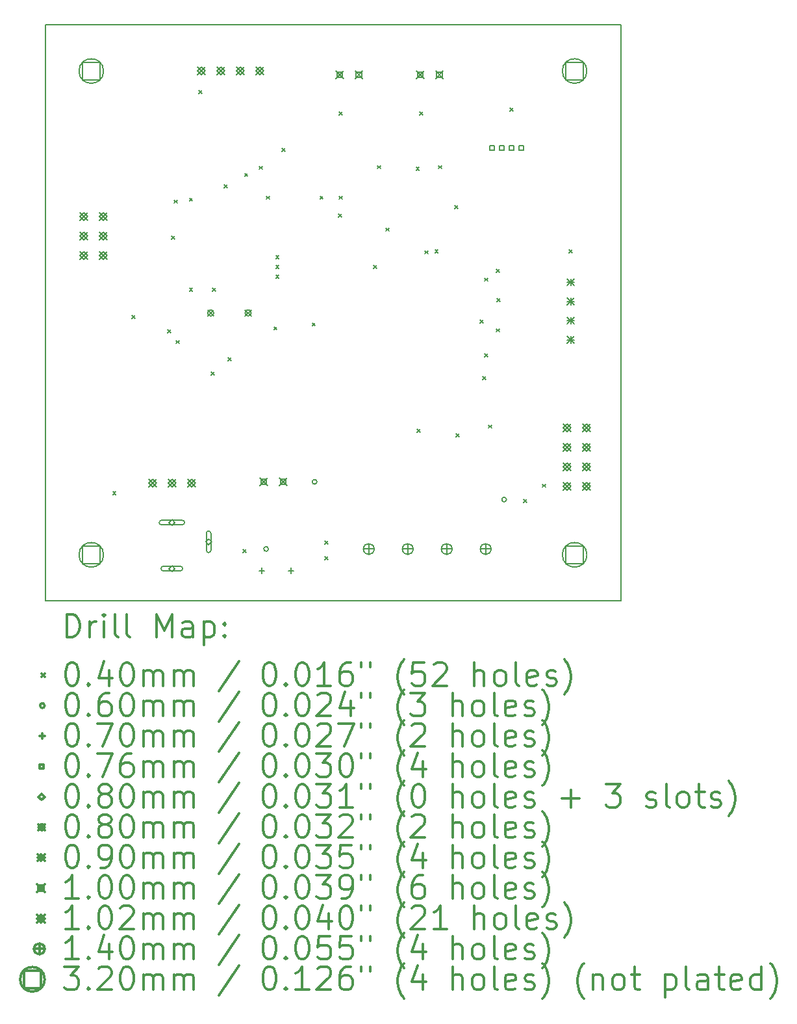
<source format=gbr>
%FSLAX45Y45*%
G04 Gerber Fmt 4.5, Leading zero omitted, Abs format (unit mm)*
G04 Created by KiCad (PCBNEW (2016-08-15 BZR 7057)-product) date Tue Sep 13 23:46:08 2016*
%MOMM*%
%LPD*%
G01*
G04 APERTURE LIST*
%ADD10C,0.127000*%
%ADD11C,0.150000*%
%ADD12C,0.200000*%
%ADD13C,0.300000*%
G04 APERTURE END LIST*
D10*
D11*
X12500000Y-12500000D02*
X5000000Y-12500000D01*
X12500000Y-5000000D02*
X12500000Y-12500000D01*
X5000000Y-5000000D02*
X5000000Y-12500000D01*
X5000000Y-5000000D02*
X12500000Y-5000000D01*
D12*
X5880000Y-11080000D02*
X5920000Y-11120000D01*
X5920000Y-11080000D02*
X5880000Y-11120000D01*
X6130000Y-8780729D02*
X6170000Y-8820729D01*
X6170000Y-8780729D02*
X6130000Y-8820729D01*
X6598522Y-8969569D02*
X6638522Y-9009569D01*
X6638522Y-8969569D02*
X6598522Y-9009569D01*
X6647846Y-7752447D02*
X6687846Y-7792447D01*
X6687846Y-7752447D02*
X6647846Y-7792447D01*
X6680000Y-7280000D02*
X6720000Y-7320000D01*
X6720000Y-7280000D02*
X6680000Y-7320000D01*
X6704834Y-9108022D02*
X6744834Y-9148022D01*
X6744834Y-9108022D02*
X6704834Y-9148022D01*
X6880000Y-7255000D02*
X6920000Y-7295000D01*
X6920000Y-7255000D02*
X6880000Y-7295000D01*
X6880000Y-8430000D02*
X6920000Y-8470000D01*
X6920000Y-8430000D02*
X6880000Y-8470000D01*
X7005000Y-5855000D02*
X7045000Y-5895000D01*
X7045000Y-5855000D02*
X7005000Y-5895000D01*
X7161929Y-9518864D02*
X7201929Y-9558864D01*
X7201929Y-9518864D02*
X7161929Y-9558864D01*
X7180000Y-8430000D02*
X7220000Y-8470000D01*
X7220000Y-8430000D02*
X7180000Y-8470000D01*
X7330000Y-7080000D02*
X7370000Y-7120000D01*
X7370000Y-7080000D02*
X7330000Y-7120000D01*
X7380000Y-9330000D02*
X7420000Y-9370000D01*
X7420000Y-9330000D02*
X7380000Y-9370000D01*
X7580000Y-11830000D02*
X7620000Y-11870000D01*
X7620000Y-11830000D02*
X7580000Y-11870000D01*
X7598635Y-6932125D02*
X7638635Y-6972125D01*
X7638635Y-6932125D02*
X7598635Y-6972125D01*
X7789923Y-6838732D02*
X7829923Y-6878732D01*
X7829923Y-6838732D02*
X7789923Y-6878732D01*
X7880000Y-7230000D02*
X7920000Y-7270000D01*
X7920000Y-7230000D02*
X7880000Y-7270000D01*
X7980000Y-8930000D02*
X8020000Y-8970000D01*
X8020000Y-8930000D02*
X7980000Y-8970000D01*
X8005000Y-8005000D02*
X8045000Y-8045000D01*
X8045000Y-8005000D02*
X8005000Y-8045000D01*
X8005000Y-8130000D02*
X8045000Y-8170000D01*
X8045000Y-8130000D02*
X8005000Y-8170000D01*
X8005000Y-8255000D02*
X8045000Y-8295000D01*
X8045000Y-8255000D02*
X8005000Y-8295000D01*
X8086133Y-6606174D02*
X8126133Y-6646174D01*
X8126133Y-6606174D02*
X8086133Y-6646174D01*
X8480000Y-8880000D02*
X8520000Y-8920000D01*
X8520000Y-8880000D02*
X8480000Y-8920000D01*
X8580000Y-7230000D02*
X8620000Y-7270000D01*
X8620000Y-7230000D02*
X8580000Y-7270000D01*
X8644089Y-11722759D02*
X8684089Y-11762759D01*
X8684089Y-11722759D02*
X8644089Y-11762759D01*
X8644089Y-11921216D02*
X8684089Y-11961216D01*
X8684089Y-11921216D02*
X8644089Y-11961216D01*
X8821474Y-7460501D02*
X8861474Y-7500501D01*
X8861474Y-7460501D02*
X8821474Y-7500501D01*
X8830000Y-6130000D02*
X8870000Y-6170000D01*
X8870000Y-6130000D02*
X8830000Y-6170000D01*
X8830000Y-7230000D02*
X8870000Y-7270000D01*
X8870000Y-7230000D02*
X8830000Y-7270000D01*
X9280000Y-8130000D02*
X9320000Y-8170000D01*
X9320000Y-8130000D02*
X9280000Y-8170000D01*
X9330000Y-6830000D02*
X9370000Y-6870000D01*
X9370000Y-6830000D02*
X9330000Y-6870000D01*
X9441197Y-7644743D02*
X9481197Y-7684743D01*
X9481197Y-7644743D02*
X9441197Y-7684743D01*
X9835000Y-6850000D02*
X9875000Y-6890000D01*
X9875000Y-6850000D02*
X9835000Y-6890000D01*
X9845000Y-10265000D02*
X9885000Y-10305000D01*
X9885000Y-10265000D02*
X9845000Y-10305000D01*
X9880000Y-6130000D02*
X9920000Y-6170000D01*
X9920000Y-6130000D02*
X9880000Y-6170000D01*
X9946007Y-7939960D02*
X9986007Y-7979960D01*
X9986007Y-7939960D02*
X9946007Y-7979960D01*
X10080000Y-7930000D02*
X10120000Y-7970000D01*
X10120000Y-7930000D02*
X10080000Y-7970000D01*
X10124986Y-6830000D02*
X10164986Y-6870000D01*
X10164986Y-6830000D02*
X10124986Y-6870000D01*
X10335000Y-7350000D02*
X10375000Y-7390000D01*
X10375000Y-7350000D02*
X10335000Y-7390000D01*
X10356072Y-10323521D02*
X10396072Y-10363521D01*
X10396072Y-10323521D02*
X10356072Y-10363521D01*
X10670134Y-8842296D02*
X10710134Y-8882296D01*
X10710134Y-8842296D02*
X10670134Y-8882296D01*
X10701500Y-9580000D02*
X10741500Y-9620000D01*
X10741500Y-9580000D02*
X10701500Y-9620000D01*
X10730000Y-8295000D02*
X10770000Y-8335000D01*
X10770000Y-8295000D02*
X10730000Y-8335000D01*
X10730000Y-9280000D02*
X10770000Y-9320000D01*
X10770000Y-9280000D02*
X10730000Y-9320000D01*
X10780410Y-10208064D02*
X10820410Y-10248064D01*
X10820410Y-10208064D02*
X10780410Y-10248064D01*
X10880000Y-8180000D02*
X10920000Y-8220000D01*
X10920000Y-8180000D02*
X10880000Y-8220000D01*
X10880000Y-8955000D02*
X10920000Y-8995000D01*
X10920000Y-8955000D02*
X10880000Y-8995000D01*
X10891031Y-8565398D02*
X10931031Y-8605398D01*
X10931031Y-8565398D02*
X10891031Y-8605398D01*
X11055000Y-6080000D02*
X11095000Y-6120000D01*
X11095000Y-6080000D02*
X11055000Y-6120000D01*
X11237668Y-11176233D02*
X11277668Y-11216233D01*
X11277668Y-11176233D02*
X11237668Y-11216233D01*
X11480000Y-10980000D02*
X11520000Y-11020000D01*
X11520000Y-10980000D02*
X11480000Y-11020000D01*
X11830000Y-7930000D02*
X11870000Y-7970000D01*
X11870000Y-7930000D02*
X11830000Y-7970000D01*
X7908296Y-11823719D02*
G75*
G03X7908296Y-11823719I-30000J0D01*
G01*
X8540145Y-10950000D02*
G75*
G03X8540145Y-10950000I-30000J0D01*
G01*
X11010799Y-11179712D02*
G75*
G03X11010799Y-11179712I-30000J0D01*
G01*
X7820270Y-12070238D02*
X7820270Y-12139994D01*
X7785392Y-12105116D02*
X7855148Y-12105116D01*
X8200000Y-12070492D02*
X8200000Y-12140248D01*
X8165122Y-12105370D02*
X8234878Y-12105370D01*
X10849941Y-6626941D02*
X10849941Y-6573059D01*
X10796059Y-6573059D01*
X10796059Y-6626941D01*
X10849941Y-6626941D01*
X10976941Y-6626941D02*
X10976941Y-6573059D01*
X10923059Y-6573059D01*
X10923059Y-6626941D01*
X10976941Y-6626941D01*
X11103941Y-6626941D02*
X11103941Y-6573059D01*
X11050059Y-6573059D01*
X11050059Y-6626941D01*
X11103941Y-6626941D01*
X11230941Y-6626941D02*
X11230941Y-6573059D01*
X11177059Y-6573059D01*
X11177059Y-6626941D01*
X11230941Y-6626941D01*
X6650000Y-11520000D02*
X6690000Y-11480000D01*
X6650000Y-11440000D01*
X6610000Y-11480000D01*
X6650000Y-11520000D01*
X6515000Y-11510000D02*
X6785000Y-11510000D01*
X6515000Y-11450000D02*
X6785000Y-11450000D01*
X6785000Y-11510000D02*
G75*
G03X6785000Y-11450000I0J30000D01*
G01*
X6515000Y-11450000D02*
G75*
G03X6515000Y-11510000I0J-30000D01*
G01*
X6650000Y-12120000D02*
X6690000Y-12080000D01*
X6650000Y-12040000D01*
X6610000Y-12080000D01*
X6650000Y-12120000D01*
X6540000Y-12110000D02*
X6760000Y-12110000D01*
X6540000Y-12050000D02*
X6760000Y-12050000D01*
X6760000Y-12110000D02*
G75*
G03X6760000Y-12050000I0J30000D01*
G01*
X6540000Y-12050000D02*
G75*
G03X6540000Y-12110000I0J-30000D01*
G01*
X7130000Y-11770000D02*
X7170000Y-11730000D01*
X7130000Y-11690000D01*
X7090000Y-11730000D01*
X7130000Y-11770000D01*
X7160000Y-11840000D02*
X7160000Y-11620000D01*
X7100000Y-11840000D02*
X7100000Y-11620000D01*
X7160000Y-11620000D02*
G75*
G03X7100000Y-11620000I-30000J0D01*
G01*
X7100000Y-11840000D02*
G75*
G03X7160000Y-11840000I30000J0D01*
G01*
X7115901Y-8709995D02*
X7195911Y-8790005D01*
X7195911Y-8709995D02*
X7115901Y-8790005D01*
X7195911Y-8750000D02*
G75*
G03X7195911Y-8750000I-40005J0D01*
G01*
X7604089Y-8709995D02*
X7684099Y-8790005D01*
X7684099Y-8709995D02*
X7604089Y-8790005D01*
X7684099Y-8750000D02*
G75*
G03X7684099Y-8750000I-40005J0D01*
G01*
X11805000Y-8305000D02*
X11895000Y-8395000D01*
X11895000Y-8305000D02*
X11805000Y-8395000D01*
X11850000Y-8305000D02*
X11850000Y-8395000D01*
X11805000Y-8350000D02*
X11895000Y-8350000D01*
X11805000Y-8555000D02*
X11895000Y-8645000D01*
X11895000Y-8555000D02*
X11805000Y-8645000D01*
X11850000Y-8555000D02*
X11850000Y-8645000D01*
X11805000Y-8600000D02*
X11895000Y-8600000D01*
X11805000Y-8805000D02*
X11895000Y-8895000D01*
X11895000Y-8805000D02*
X11805000Y-8895000D01*
X11850000Y-8805000D02*
X11850000Y-8895000D01*
X11805000Y-8850000D02*
X11895000Y-8850000D01*
X11805000Y-9055000D02*
X11895000Y-9145000D01*
X11895000Y-9055000D02*
X11805000Y-9145000D01*
X11850000Y-9055000D02*
X11850000Y-9145000D01*
X11805000Y-9100000D02*
X11895000Y-9100000D01*
X7800000Y-10900000D02*
X7900000Y-11000000D01*
X7900000Y-10900000D02*
X7800000Y-11000000D01*
X7885356Y-10985356D02*
X7885356Y-10914644D01*
X7814644Y-10914644D01*
X7814644Y-10985356D01*
X7885356Y-10985356D01*
X8050000Y-10900000D02*
X8150000Y-11000000D01*
X8150000Y-10900000D02*
X8050000Y-11000000D01*
X8135356Y-10985356D02*
X8135356Y-10914644D01*
X8064644Y-10914644D01*
X8064644Y-10985356D01*
X8135356Y-10985356D01*
X8788000Y-5600000D02*
X8888000Y-5700000D01*
X8888000Y-5600000D02*
X8788000Y-5700000D01*
X8873356Y-5685356D02*
X8873356Y-5614644D01*
X8802644Y-5614644D01*
X8802644Y-5685356D01*
X8873356Y-5685356D01*
X9038000Y-5600000D02*
X9138000Y-5700000D01*
X9138000Y-5600000D02*
X9038000Y-5700000D01*
X9123356Y-5685356D02*
X9123356Y-5614644D01*
X9052644Y-5614644D01*
X9052644Y-5685356D01*
X9123356Y-5685356D01*
X9838000Y-5600000D02*
X9938000Y-5700000D01*
X9938000Y-5600000D02*
X9838000Y-5700000D01*
X9923356Y-5685356D02*
X9923356Y-5614644D01*
X9852644Y-5614644D01*
X9852644Y-5685356D01*
X9923356Y-5685356D01*
X10088000Y-5600000D02*
X10188000Y-5700000D01*
X10188000Y-5600000D02*
X10088000Y-5700000D01*
X10173356Y-5685356D02*
X10173356Y-5614644D01*
X10102644Y-5614644D01*
X10102644Y-5685356D01*
X10173356Y-5685356D01*
X5449200Y-7441200D02*
X5550800Y-7542800D01*
X5550800Y-7441200D02*
X5449200Y-7542800D01*
X5500000Y-7542800D02*
X5550800Y-7492000D01*
X5500000Y-7441200D01*
X5449200Y-7492000D01*
X5500000Y-7542800D01*
X5449200Y-7695200D02*
X5550800Y-7796800D01*
X5550800Y-7695200D02*
X5449200Y-7796800D01*
X5500000Y-7796800D02*
X5550800Y-7746000D01*
X5500000Y-7695200D01*
X5449200Y-7746000D01*
X5500000Y-7796800D01*
X5449200Y-7949200D02*
X5550800Y-8050800D01*
X5550800Y-7949200D02*
X5449200Y-8050800D01*
X5500000Y-8050800D02*
X5550800Y-8000000D01*
X5500000Y-7949200D01*
X5449200Y-8000000D01*
X5500000Y-8050800D01*
X5703200Y-7441200D02*
X5804800Y-7542800D01*
X5804800Y-7441200D02*
X5703200Y-7542800D01*
X5754000Y-7542800D02*
X5804800Y-7492000D01*
X5754000Y-7441200D01*
X5703200Y-7492000D01*
X5754000Y-7542800D01*
X5703200Y-7695200D02*
X5804800Y-7796800D01*
X5804800Y-7695200D02*
X5703200Y-7796800D01*
X5754000Y-7796800D02*
X5804800Y-7746000D01*
X5754000Y-7695200D01*
X5703200Y-7746000D01*
X5754000Y-7796800D01*
X5703200Y-7949200D02*
X5804800Y-8050800D01*
X5804800Y-7949200D02*
X5703200Y-8050800D01*
X5754000Y-8050800D02*
X5804800Y-8000000D01*
X5754000Y-7949200D01*
X5703200Y-8000000D01*
X5754000Y-8050800D01*
X6345200Y-10919200D02*
X6446800Y-11020800D01*
X6446800Y-10919200D02*
X6345200Y-11020800D01*
X6396000Y-11020800D02*
X6446800Y-10970000D01*
X6396000Y-10919200D01*
X6345200Y-10970000D01*
X6396000Y-11020800D01*
X6599200Y-10919200D02*
X6700800Y-11020800D01*
X6700800Y-10919200D02*
X6599200Y-11020800D01*
X6650000Y-11020800D02*
X6700800Y-10970000D01*
X6650000Y-10919200D01*
X6599200Y-10970000D01*
X6650000Y-11020800D01*
X6853200Y-10919200D02*
X6954800Y-11020800D01*
X6954800Y-10919200D02*
X6853200Y-11020800D01*
X6904000Y-11020800D02*
X6954800Y-10970000D01*
X6904000Y-10919200D01*
X6853200Y-10970000D01*
X6904000Y-11020800D01*
X6983200Y-5549200D02*
X7084800Y-5650800D01*
X7084800Y-5549200D02*
X6983200Y-5650800D01*
X7034000Y-5650800D02*
X7084800Y-5600000D01*
X7034000Y-5549200D01*
X6983200Y-5600000D01*
X7034000Y-5650800D01*
X7237200Y-5549200D02*
X7338800Y-5650800D01*
X7338800Y-5549200D02*
X7237200Y-5650800D01*
X7288000Y-5650800D02*
X7338800Y-5600000D01*
X7288000Y-5549200D01*
X7237200Y-5600000D01*
X7288000Y-5650800D01*
X7491200Y-5549200D02*
X7592800Y-5650800D01*
X7592800Y-5549200D02*
X7491200Y-5650800D01*
X7542000Y-5650800D02*
X7592800Y-5600000D01*
X7542000Y-5549200D01*
X7491200Y-5600000D01*
X7542000Y-5650800D01*
X7745200Y-5549200D02*
X7846800Y-5650800D01*
X7846800Y-5549200D02*
X7745200Y-5650800D01*
X7796000Y-5650800D02*
X7846800Y-5600000D01*
X7796000Y-5549200D01*
X7745200Y-5600000D01*
X7796000Y-5650800D01*
X11749200Y-10191200D02*
X11850800Y-10292800D01*
X11850800Y-10191200D02*
X11749200Y-10292800D01*
X11800000Y-10292800D02*
X11850800Y-10242000D01*
X11800000Y-10191200D01*
X11749200Y-10242000D01*
X11800000Y-10292800D01*
X11749200Y-10445200D02*
X11850800Y-10546800D01*
X11850800Y-10445200D02*
X11749200Y-10546800D01*
X11800000Y-10546800D02*
X11850800Y-10496000D01*
X11800000Y-10445200D01*
X11749200Y-10496000D01*
X11800000Y-10546800D01*
X11749200Y-10699200D02*
X11850800Y-10800800D01*
X11850800Y-10699200D02*
X11749200Y-10800800D01*
X11800000Y-10800800D02*
X11850800Y-10750000D01*
X11800000Y-10699200D01*
X11749200Y-10750000D01*
X11800000Y-10800800D01*
X11749200Y-10953200D02*
X11850800Y-11054800D01*
X11850800Y-10953200D02*
X11749200Y-11054800D01*
X11800000Y-11054800D02*
X11850800Y-11004000D01*
X11800000Y-10953200D01*
X11749200Y-11004000D01*
X11800000Y-11054800D01*
X12003200Y-10191200D02*
X12104800Y-10292800D01*
X12104800Y-10191200D02*
X12003200Y-10292800D01*
X12054000Y-10292800D02*
X12104800Y-10242000D01*
X12054000Y-10191200D01*
X12003200Y-10242000D01*
X12054000Y-10292800D01*
X12003200Y-10445200D02*
X12104800Y-10546800D01*
X12104800Y-10445200D02*
X12003200Y-10546800D01*
X12054000Y-10546800D02*
X12104800Y-10496000D01*
X12054000Y-10445200D01*
X12003200Y-10496000D01*
X12054000Y-10546800D01*
X12003200Y-10699200D02*
X12104800Y-10800800D01*
X12104800Y-10699200D02*
X12003200Y-10800800D01*
X12054000Y-10800800D02*
X12104800Y-10750000D01*
X12054000Y-10699200D01*
X12003200Y-10750000D01*
X12054000Y-10800800D01*
X12003200Y-10953200D02*
X12104800Y-11054800D01*
X12104800Y-10953200D02*
X12003200Y-11054800D01*
X12054000Y-11054800D02*
X12104800Y-11004000D01*
X12054000Y-10953200D01*
X12003200Y-11004000D01*
X12054000Y-11054800D01*
X9217000Y-11755000D02*
X9217000Y-11895000D01*
X9147000Y-11825000D02*
X9287000Y-11825000D01*
X9287000Y-11825000D02*
G75*
G03X9287000Y-11825000I-70000J0D01*
G01*
X9725000Y-11755000D02*
X9725000Y-11895000D01*
X9655000Y-11825000D02*
X9795000Y-11825000D01*
X9795000Y-11825000D02*
G75*
G03X9795000Y-11825000I-70000J0D01*
G01*
X10233000Y-11755000D02*
X10233000Y-11895000D01*
X10163000Y-11825000D02*
X10303000Y-11825000D01*
X10303000Y-11825000D02*
G75*
G03X10303000Y-11825000I-70000J0D01*
G01*
X10741000Y-11755000D02*
X10741000Y-11895000D01*
X10671000Y-11825000D02*
X10811000Y-11825000D01*
X10811000Y-11825000D02*
G75*
G03X10811000Y-11825000I-70000J0D01*
G01*
X5713138Y-5713138D02*
X5713138Y-5486862D01*
X5486862Y-5486862D01*
X5486862Y-5713138D01*
X5713138Y-5713138D01*
X5760000Y-5600000D02*
G75*
G03X5760000Y-5600000I-160000J0D01*
G01*
X5713138Y-12013138D02*
X5713138Y-11786862D01*
X5486862Y-11786862D01*
X5486862Y-12013138D01*
X5713138Y-12013138D01*
X5760000Y-11900000D02*
G75*
G03X5760000Y-11900000I-160000J0D01*
G01*
X12013138Y-5713138D02*
X12013138Y-5486862D01*
X11786862Y-5486862D01*
X11786862Y-5713138D01*
X12013138Y-5713138D01*
X12060000Y-5600000D02*
G75*
G03X12060000Y-5600000I-160000J0D01*
G01*
X12013138Y-12013138D02*
X12013138Y-11786862D01*
X11786862Y-11786862D01*
X11786862Y-12013138D01*
X12013138Y-12013138D01*
X12060000Y-11900000D02*
G75*
G03X12060000Y-11900000I-160000J0D01*
G01*
D13*
X5278928Y-12973214D02*
X5278928Y-12673214D01*
X5350357Y-12673214D01*
X5393214Y-12687500D01*
X5421786Y-12716071D01*
X5436071Y-12744643D01*
X5450357Y-12801786D01*
X5450357Y-12844643D01*
X5436071Y-12901786D01*
X5421786Y-12930357D01*
X5393214Y-12958929D01*
X5350357Y-12973214D01*
X5278928Y-12973214D01*
X5578928Y-12973214D02*
X5578928Y-12773214D01*
X5578928Y-12830357D02*
X5593214Y-12801786D01*
X5607500Y-12787500D01*
X5636071Y-12773214D01*
X5664643Y-12773214D01*
X5764643Y-12973214D02*
X5764643Y-12773214D01*
X5764643Y-12673214D02*
X5750357Y-12687500D01*
X5764643Y-12701786D01*
X5778928Y-12687500D01*
X5764643Y-12673214D01*
X5764643Y-12701786D01*
X5950357Y-12973214D02*
X5921786Y-12958929D01*
X5907500Y-12930357D01*
X5907500Y-12673214D01*
X6107500Y-12973214D02*
X6078928Y-12958929D01*
X6064643Y-12930357D01*
X6064643Y-12673214D01*
X6450357Y-12973214D02*
X6450357Y-12673214D01*
X6550357Y-12887500D01*
X6650357Y-12673214D01*
X6650357Y-12973214D01*
X6921786Y-12973214D02*
X6921786Y-12816071D01*
X6907500Y-12787500D01*
X6878928Y-12773214D01*
X6821786Y-12773214D01*
X6793214Y-12787500D01*
X6921786Y-12958929D02*
X6893214Y-12973214D01*
X6821786Y-12973214D01*
X6793214Y-12958929D01*
X6778928Y-12930357D01*
X6778928Y-12901786D01*
X6793214Y-12873214D01*
X6821786Y-12858929D01*
X6893214Y-12858929D01*
X6921786Y-12844643D01*
X7064643Y-12773214D02*
X7064643Y-13073214D01*
X7064643Y-12787500D02*
X7093214Y-12773214D01*
X7150357Y-12773214D01*
X7178928Y-12787500D01*
X7193214Y-12801786D01*
X7207500Y-12830357D01*
X7207500Y-12916071D01*
X7193214Y-12944643D01*
X7178928Y-12958929D01*
X7150357Y-12973214D01*
X7093214Y-12973214D01*
X7064643Y-12958929D01*
X7336071Y-12944643D02*
X7350357Y-12958929D01*
X7336071Y-12973214D01*
X7321786Y-12958929D01*
X7336071Y-12944643D01*
X7336071Y-12973214D01*
X7336071Y-12787500D02*
X7350357Y-12801786D01*
X7336071Y-12816071D01*
X7321786Y-12801786D01*
X7336071Y-12787500D01*
X7336071Y-12816071D01*
X4952500Y-13447500D02*
X4992500Y-13487500D01*
X4992500Y-13447500D02*
X4952500Y-13487500D01*
X5336071Y-13303214D02*
X5364643Y-13303214D01*
X5393214Y-13317500D01*
X5407500Y-13331786D01*
X5421786Y-13360357D01*
X5436071Y-13417500D01*
X5436071Y-13488929D01*
X5421786Y-13546071D01*
X5407500Y-13574643D01*
X5393214Y-13588929D01*
X5364643Y-13603214D01*
X5336071Y-13603214D01*
X5307500Y-13588929D01*
X5293214Y-13574643D01*
X5278928Y-13546071D01*
X5264643Y-13488929D01*
X5264643Y-13417500D01*
X5278928Y-13360357D01*
X5293214Y-13331786D01*
X5307500Y-13317500D01*
X5336071Y-13303214D01*
X5564643Y-13574643D02*
X5578928Y-13588929D01*
X5564643Y-13603214D01*
X5550357Y-13588929D01*
X5564643Y-13574643D01*
X5564643Y-13603214D01*
X5836071Y-13403214D02*
X5836071Y-13603214D01*
X5764643Y-13288929D02*
X5693214Y-13503214D01*
X5878928Y-13503214D01*
X6050357Y-13303214D02*
X6078928Y-13303214D01*
X6107500Y-13317500D01*
X6121786Y-13331786D01*
X6136071Y-13360357D01*
X6150357Y-13417500D01*
X6150357Y-13488929D01*
X6136071Y-13546071D01*
X6121786Y-13574643D01*
X6107500Y-13588929D01*
X6078928Y-13603214D01*
X6050357Y-13603214D01*
X6021786Y-13588929D01*
X6007500Y-13574643D01*
X5993214Y-13546071D01*
X5978928Y-13488929D01*
X5978928Y-13417500D01*
X5993214Y-13360357D01*
X6007500Y-13331786D01*
X6021786Y-13317500D01*
X6050357Y-13303214D01*
X6278928Y-13603214D02*
X6278928Y-13403214D01*
X6278928Y-13431786D02*
X6293214Y-13417500D01*
X6321786Y-13403214D01*
X6364643Y-13403214D01*
X6393214Y-13417500D01*
X6407500Y-13446071D01*
X6407500Y-13603214D01*
X6407500Y-13446071D02*
X6421786Y-13417500D01*
X6450357Y-13403214D01*
X6493214Y-13403214D01*
X6521786Y-13417500D01*
X6536071Y-13446071D01*
X6536071Y-13603214D01*
X6678928Y-13603214D02*
X6678928Y-13403214D01*
X6678928Y-13431786D02*
X6693214Y-13417500D01*
X6721786Y-13403214D01*
X6764643Y-13403214D01*
X6793214Y-13417500D01*
X6807500Y-13446071D01*
X6807500Y-13603214D01*
X6807500Y-13446071D02*
X6821786Y-13417500D01*
X6850357Y-13403214D01*
X6893214Y-13403214D01*
X6921786Y-13417500D01*
X6936071Y-13446071D01*
X6936071Y-13603214D01*
X7521786Y-13288929D02*
X7264643Y-13674643D01*
X7907500Y-13303214D02*
X7936071Y-13303214D01*
X7964643Y-13317500D01*
X7978928Y-13331786D01*
X7993214Y-13360357D01*
X8007500Y-13417500D01*
X8007500Y-13488929D01*
X7993214Y-13546071D01*
X7978928Y-13574643D01*
X7964643Y-13588929D01*
X7936071Y-13603214D01*
X7907500Y-13603214D01*
X7878928Y-13588929D01*
X7864643Y-13574643D01*
X7850357Y-13546071D01*
X7836071Y-13488929D01*
X7836071Y-13417500D01*
X7850357Y-13360357D01*
X7864643Y-13331786D01*
X7878928Y-13317500D01*
X7907500Y-13303214D01*
X8136071Y-13574643D02*
X8150357Y-13588929D01*
X8136071Y-13603214D01*
X8121786Y-13588929D01*
X8136071Y-13574643D01*
X8136071Y-13603214D01*
X8336071Y-13303214D02*
X8364643Y-13303214D01*
X8393214Y-13317500D01*
X8407500Y-13331786D01*
X8421786Y-13360357D01*
X8436071Y-13417500D01*
X8436071Y-13488929D01*
X8421786Y-13546071D01*
X8407500Y-13574643D01*
X8393214Y-13588929D01*
X8364643Y-13603214D01*
X8336071Y-13603214D01*
X8307500Y-13588929D01*
X8293214Y-13574643D01*
X8278928Y-13546071D01*
X8264643Y-13488929D01*
X8264643Y-13417500D01*
X8278928Y-13360357D01*
X8293214Y-13331786D01*
X8307500Y-13317500D01*
X8336071Y-13303214D01*
X8721786Y-13603214D02*
X8550357Y-13603214D01*
X8636071Y-13603214D02*
X8636071Y-13303214D01*
X8607500Y-13346071D01*
X8578928Y-13374643D01*
X8550357Y-13388929D01*
X8978928Y-13303214D02*
X8921786Y-13303214D01*
X8893214Y-13317500D01*
X8878928Y-13331786D01*
X8850357Y-13374643D01*
X8836071Y-13431786D01*
X8836071Y-13546071D01*
X8850357Y-13574643D01*
X8864643Y-13588929D01*
X8893214Y-13603214D01*
X8950357Y-13603214D01*
X8978928Y-13588929D01*
X8993214Y-13574643D01*
X9007500Y-13546071D01*
X9007500Y-13474643D01*
X8993214Y-13446071D01*
X8978928Y-13431786D01*
X8950357Y-13417500D01*
X8893214Y-13417500D01*
X8864643Y-13431786D01*
X8850357Y-13446071D01*
X8836071Y-13474643D01*
X9121786Y-13303214D02*
X9121786Y-13360357D01*
X9236071Y-13303214D02*
X9236071Y-13360357D01*
X9678928Y-13717500D02*
X9664643Y-13703214D01*
X9636071Y-13660357D01*
X9621786Y-13631786D01*
X9607500Y-13588929D01*
X9593214Y-13517500D01*
X9593214Y-13460357D01*
X9607500Y-13388929D01*
X9621786Y-13346071D01*
X9636071Y-13317500D01*
X9664643Y-13274643D01*
X9678928Y-13260357D01*
X9936071Y-13303214D02*
X9793214Y-13303214D01*
X9778928Y-13446071D01*
X9793214Y-13431786D01*
X9821786Y-13417500D01*
X9893214Y-13417500D01*
X9921786Y-13431786D01*
X9936071Y-13446071D01*
X9950357Y-13474643D01*
X9950357Y-13546071D01*
X9936071Y-13574643D01*
X9921786Y-13588929D01*
X9893214Y-13603214D01*
X9821786Y-13603214D01*
X9793214Y-13588929D01*
X9778928Y-13574643D01*
X10064643Y-13331786D02*
X10078928Y-13317500D01*
X10107500Y-13303214D01*
X10178928Y-13303214D01*
X10207500Y-13317500D01*
X10221786Y-13331786D01*
X10236071Y-13360357D01*
X10236071Y-13388929D01*
X10221786Y-13431786D01*
X10050357Y-13603214D01*
X10236071Y-13603214D01*
X10593214Y-13603214D02*
X10593214Y-13303214D01*
X10721786Y-13603214D02*
X10721786Y-13446071D01*
X10707500Y-13417500D01*
X10678928Y-13403214D01*
X10636071Y-13403214D01*
X10607500Y-13417500D01*
X10593214Y-13431786D01*
X10907500Y-13603214D02*
X10878928Y-13588929D01*
X10864643Y-13574643D01*
X10850357Y-13546071D01*
X10850357Y-13460357D01*
X10864643Y-13431786D01*
X10878928Y-13417500D01*
X10907500Y-13403214D01*
X10950357Y-13403214D01*
X10978928Y-13417500D01*
X10993214Y-13431786D01*
X11007500Y-13460357D01*
X11007500Y-13546071D01*
X10993214Y-13574643D01*
X10978928Y-13588929D01*
X10950357Y-13603214D01*
X10907500Y-13603214D01*
X11178928Y-13603214D02*
X11150357Y-13588929D01*
X11136071Y-13560357D01*
X11136071Y-13303214D01*
X11407500Y-13588929D02*
X11378928Y-13603214D01*
X11321786Y-13603214D01*
X11293214Y-13588929D01*
X11278928Y-13560357D01*
X11278928Y-13446071D01*
X11293214Y-13417500D01*
X11321786Y-13403214D01*
X11378928Y-13403214D01*
X11407500Y-13417500D01*
X11421786Y-13446071D01*
X11421786Y-13474643D01*
X11278928Y-13503214D01*
X11536071Y-13588929D02*
X11564643Y-13603214D01*
X11621786Y-13603214D01*
X11650357Y-13588929D01*
X11664643Y-13560357D01*
X11664643Y-13546071D01*
X11650357Y-13517500D01*
X11621786Y-13503214D01*
X11578928Y-13503214D01*
X11550357Y-13488929D01*
X11536071Y-13460357D01*
X11536071Y-13446071D01*
X11550357Y-13417500D01*
X11578928Y-13403214D01*
X11621786Y-13403214D01*
X11650357Y-13417500D01*
X11764643Y-13717500D02*
X11778928Y-13703214D01*
X11807500Y-13660357D01*
X11821786Y-13631786D01*
X11836071Y-13588929D01*
X11850357Y-13517500D01*
X11850357Y-13460357D01*
X11836071Y-13388929D01*
X11821786Y-13346071D01*
X11807500Y-13317500D01*
X11778928Y-13274643D01*
X11764643Y-13260357D01*
X4992500Y-13863500D02*
G75*
G03X4992500Y-13863500I-30000J0D01*
G01*
X5336071Y-13699214D02*
X5364643Y-13699214D01*
X5393214Y-13713500D01*
X5407500Y-13727786D01*
X5421786Y-13756357D01*
X5436071Y-13813500D01*
X5436071Y-13884929D01*
X5421786Y-13942071D01*
X5407500Y-13970643D01*
X5393214Y-13984929D01*
X5364643Y-13999214D01*
X5336071Y-13999214D01*
X5307500Y-13984929D01*
X5293214Y-13970643D01*
X5278928Y-13942071D01*
X5264643Y-13884929D01*
X5264643Y-13813500D01*
X5278928Y-13756357D01*
X5293214Y-13727786D01*
X5307500Y-13713500D01*
X5336071Y-13699214D01*
X5564643Y-13970643D02*
X5578928Y-13984929D01*
X5564643Y-13999214D01*
X5550357Y-13984929D01*
X5564643Y-13970643D01*
X5564643Y-13999214D01*
X5836071Y-13699214D02*
X5778928Y-13699214D01*
X5750357Y-13713500D01*
X5736071Y-13727786D01*
X5707500Y-13770643D01*
X5693214Y-13827786D01*
X5693214Y-13942071D01*
X5707500Y-13970643D01*
X5721786Y-13984929D01*
X5750357Y-13999214D01*
X5807500Y-13999214D01*
X5836071Y-13984929D01*
X5850357Y-13970643D01*
X5864643Y-13942071D01*
X5864643Y-13870643D01*
X5850357Y-13842071D01*
X5836071Y-13827786D01*
X5807500Y-13813500D01*
X5750357Y-13813500D01*
X5721786Y-13827786D01*
X5707500Y-13842071D01*
X5693214Y-13870643D01*
X6050357Y-13699214D02*
X6078928Y-13699214D01*
X6107500Y-13713500D01*
X6121786Y-13727786D01*
X6136071Y-13756357D01*
X6150357Y-13813500D01*
X6150357Y-13884929D01*
X6136071Y-13942071D01*
X6121786Y-13970643D01*
X6107500Y-13984929D01*
X6078928Y-13999214D01*
X6050357Y-13999214D01*
X6021786Y-13984929D01*
X6007500Y-13970643D01*
X5993214Y-13942071D01*
X5978928Y-13884929D01*
X5978928Y-13813500D01*
X5993214Y-13756357D01*
X6007500Y-13727786D01*
X6021786Y-13713500D01*
X6050357Y-13699214D01*
X6278928Y-13999214D02*
X6278928Y-13799214D01*
X6278928Y-13827786D02*
X6293214Y-13813500D01*
X6321786Y-13799214D01*
X6364643Y-13799214D01*
X6393214Y-13813500D01*
X6407500Y-13842071D01*
X6407500Y-13999214D01*
X6407500Y-13842071D02*
X6421786Y-13813500D01*
X6450357Y-13799214D01*
X6493214Y-13799214D01*
X6521786Y-13813500D01*
X6536071Y-13842071D01*
X6536071Y-13999214D01*
X6678928Y-13999214D02*
X6678928Y-13799214D01*
X6678928Y-13827786D02*
X6693214Y-13813500D01*
X6721786Y-13799214D01*
X6764643Y-13799214D01*
X6793214Y-13813500D01*
X6807500Y-13842071D01*
X6807500Y-13999214D01*
X6807500Y-13842071D02*
X6821786Y-13813500D01*
X6850357Y-13799214D01*
X6893214Y-13799214D01*
X6921786Y-13813500D01*
X6936071Y-13842071D01*
X6936071Y-13999214D01*
X7521786Y-13684929D02*
X7264643Y-14070643D01*
X7907500Y-13699214D02*
X7936071Y-13699214D01*
X7964643Y-13713500D01*
X7978928Y-13727786D01*
X7993214Y-13756357D01*
X8007500Y-13813500D01*
X8007500Y-13884929D01*
X7993214Y-13942071D01*
X7978928Y-13970643D01*
X7964643Y-13984929D01*
X7936071Y-13999214D01*
X7907500Y-13999214D01*
X7878928Y-13984929D01*
X7864643Y-13970643D01*
X7850357Y-13942071D01*
X7836071Y-13884929D01*
X7836071Y-13813500D01*
X7850357Y-13756357D01*
X7864643Y-13727786D01*
X7878928Y-13713500D01*
X7907500Y-13699214D01*
X8136071Y-13970643D02*
X8150357Y-13984929D01*
X8136071Y-13999214D01*
X8121786Y-13984929D01*
X8136071Y-13970643D01*
X8136071Y-13999214D01*
X8336071Y-13699214D02*
X8364643Y-13699214D01*
X8393214Y-13713500D01*
X8407500Y-13727786D01*
X8421786Y-13756357D01*
X8436071Y-13813500D01*
X8436071Y-13884929D01*
X8421786Y-13942071D01*
X8407500Y-13970643D01*
X8393214Y-13984929D01*
X8364643Y-13999214D01*
X8336071Y-13999214D01*
X8307500Y-13984929D01*
X8293214Y-13970643D01*
X8278928Y-13942071D01*
X8264643Y-13884929D01*
X8264643Y-13813500D01*
X8278928Y-13756357D01*
X8293214Y-13727786D01*
X8307500Y-13713500D01*
X8336071Y-13699214D01*
X8550357Y-13727786D02*
X8564643Y-13713500D01*
X8593214Y-13699214D01*
X8664643Y-13699214D01*
X8693214Y-13713500D01*
X8707500Y-13727786D01*
X8721786Y-13756357D01*
X8721786Y-13784929D01*
X8707500Y-13827786D01*
X8536071Y-13999214D01*
X8721786Y-13999214D01*
X8978928Y-13799214D02*
X8978928Y-13999214D01*
X8907500Y-13684929D02*
X8836071Y-13899214D01*
X9021786Y-13899214D01*
X9121786Y-13699214D02*
X9121786Y-13756357D01*
X9236071Y-13699214D02*
X9236071Y-13756357D01*
X9678928Y-14113500D02*
X9664643Y-14099214D01*
X9636071Y-14056357D01*
X9621786Y-14027786D01*
X9607500Y-13984929D01*
X9593214Y-13913500D01*
X9593214Y-13856357D01*
X9607500Y-13784929D01*
X9621786Y-13742071D01*
X9636071Y-13713500D01*
X9664643Y-13670643D01*
X9678928Y-13656357D01*
X9764643Y-13699214D02*
X9950357Y-13699214D01*
X9850357Y-13813500D01*
X9893214Y-13813500D01*
X9921786Y-13827786D01*
X9936071Y-13842071D01*
X9950357Y-13870643D01*
X9950357Y-13942071D01*
X9936071Y-13970643D01*
X9921786Y-13984929D01*
X9893214Y-13999214D01*
X9807500Y-13999214D01*
X9778928Y-13984929D01*
X9764643Y-13970643D01*
X10307500Y-13999214D02*
X10307500Y-13699214D01*
X10436071Y-13999214D02*
X10436071Y-13842071D01*
X10421786Y-13813500D01*
X10393214Y-13799214D01*
X10350357Y-13799214D01*
X10321786Y-13813500D01*
X10307500Y-13827786D01*
X10621786Y-13999214D02*
X10593214Y-13984929D01*
X10578928Y-13970643D01*
X10564643Y-13942071D01*
X10564643Y-13856357D01*
X10578928Y-13827786D01*
X10593214Y-13813500D01*
X10621786Y-13799214D01*
X10664643Y-13799214D01*
X10693214Y-13813500D01*
X10707500Y-13827786D01*
X10721786Y-13856357D01*
X10721786Y-13942071D01*
X10707500Y-13970643D01*
X10693214Y-13984929D01*
X10664643Y-13999214D01*
X10621786Y-13999214D01*
X10893214Y-13999214D02*
X10864643Y-13984929D01*
X10850357Y-13956357D01*
X10850357Y-13699214D01*
X11121786Y-13984929D02*
X11093214Y-13999214D01*
X11036071Y-13999214D01*
X11007500Y-13984929D01*
X10993214Y-13956357D01*
X10993214Y-13842071D01*
X11007500Y-13813500D01*
X11036071Y-13799214D01*
X11093214Y-13799214D01*
X11121786Y-13813500D01*
X11136071Y-13842071D01*
X11136071Y-13870643D01*
X10993214Y-13899214D01*
X11250357Y-13984929D02*
X11278928Y-13999214D01*
X11336071Y-13999214D01*
X11364643Y-13984929D01*
X11378928Y-13956357D01*
X11378928Y-13942071D01*
X11364643Y-13913500D01*
X11336071Y-13899214D01*
X11293214Y-13899214D01*
X11264643Y-13884929D01*
X11250357Y-13856357D01*
X11250357Y-13842071D01*
X11264643Y-13813500D01*
X11293214Y-13799214D01*
X11336071Y-13799214D01*
X11364643Y-13813500D01*
X11478928Y-14113500D02*
X11493214Y-14099214D01*
X11521786Y-14056357D01*
X11536071Y-14027786D01*
X11550357Y-13984929D01*
X11564643Y-13913500D01*
X11564643Y-13856357D01*
X11550357Y-13784929D01*
X11536071Y-13742071D01*
X11521786Y-13713500D01*
X11493214Y-13670643D01*
X11478928Y-13656357D01*
X4957622Y-14224622D02*
X4957622Y-14294378D01*
X4922744Y-14259500D02*
X4992500Y-14259500D01*
X5336071Y-14095214D02*
X5364643Y-14095214D01*
X5393214Y-14109500D01*
X5407500Y-14123786D01*
X5421786Y-14152357D01*
X5436071Y-14209500D01*
X5436071Y-14280929D01*
X5421786Y-14338071D01*
X5407500Y-14366643D01*
X5393214Y-14380929D01*
X5364643Y-14395214D01*
X5336071Y-14395214D01*
X5307500Y-14380929D01*
X5293214Y-14366643D01*
X5278928Y-14338071D01*
X5264643Y-14280929D01*
X5264643Y-14209500D01*
X5278928Y-14152357D01*
X5293214Y-14123786D01*
X5307500Y-14109500D01*
X5336071Y-14095214D01*
X5564643Y-14366643D02*
X5578928Y-14380929D01*
X5564643Y-14395214D01*
X5550357Y-14380929D01*
X5564643Y-14366643D01*
X5564643Y-14395214D01*
X5678928Y-14095214D02*
X5878928Y-14095214D01*
X5750357Y-14395214D01*
X6050357Y-14095214D02*
X6078928Y-14095214D01*
X6107500Y-14109500D01*
X6121786Y-14123786D01*
X6136071Y-14152357D01*
X6150357Y-14209500D01*
X6150357Y-14280929D01*
X6136071Y-14338071D01*
X6121786Y-14366643D01*
X6107500Y-14380929D01*
X6078928Y-14395214D01*
X6050357Y-14395214D01*
X6021786Y-14380929D01*
X6007500Y-14366643D01*
X5993214Y-14338071D01*
X5978928Y-14280929D01*
X5978928Y-14209500D01*
X5993214Y-14152357D01*
X6007500Y-14123786D01*
X6021786Y-14109500D01*
X6050357Y-14095214D01*
X6278928Y-14395214D02*
X6278928Y-14195214D01*
X6278928Y-14223786D02*
X6293214Y-14209500D01*
X6321786Y-14195214D01*
X6364643Y-14195214D01*
X6393214Y-14209500D01*
X6407500Y-14238071D01*
X6407500Y-14395214D01*
X6407500Y-14238071D02*
X6421786Y-14209500D01*
X6450357Y-14195214D01*
X6493214Y-14195214D01*
X6521786Y-14209500D01*
X6536071Y-14238071D01*
X6536071Y-14395214D01*
X6678928Y-14395214D02*
X6678928Y-14195214D01*
X6678928Y-14223786D02*
X6693214Y-14209500D01*
X6721786Y-14195214D01*
X6764643Y-14195214D01*
X6793214Y-14209500D01*
X6807500Y-14238071D01*
X6807500Y-14395214D01*
X6807500Y-14238071D02*
X6821786Y-14209500D01*
X6850357Y-14195214D01*
X6893214Y-14195214D01*
X6921786Y-14209500D01*
X6936071Y-14238071D01*
X6936071Y-14395214D01*
X7521786Y-14080929D02*
X7264643Y-14466643D01*
X7907500Y-14095214D02*
X7936071Y-14095214D01*
X7964643Y-14109500D01*
X7978928Y-14123786D01*
X7993214Y-14152357D01*
X8007500Y-14209500D01*
X8007500Y-14280929D01*
X7993214Y-14338071D01*
X7978928Y-14366643D01*
X7964643Y-14380929D01*
X7936071Y-14395214D01*
X7907500Y-14395214D01*
X7878928Y-14380929D01*
X7864643Y-14366643D01*
X7850357Y-14338071D01*
X7836071Y-14280929D01*
X7836071Y-14209500D01*
X7850357Y-14152357D01*
X7864643Y-14123786D01*
X7878928Y-14109500D01*
X7907500Y-14095214D01*
X8136071Y-14366643D02*
X8150357Y-14380929D01*
X8136071Y-14395214D01*
X8121786Y-14380929D01*
X8136071Y-14366643D01*
X8136071Y-14395214D01*
X8336071Y-14095214D02*
X8364643Y-14095214D01*
X8393214Y-14109500D01*
X8407500Y-14123786D01*
X8421786Y-14152357D01*
X8436071Y-14209500D01*
X8436071Y-14280929D01*
X8421786Y-14338071D01*
X8407500Y-14366643D01*
X8393214Y-14380929D01*
X8364643Y-14395214D01*
X8336071Y-14395214D01*
X8307500Y-14380929D01*
X8293214Y-14366643D01*
X8278928Y-14338071D01*
X8264643Y-14280929D01*
X8264643Y-14209500D01*
X8278928Y-14152357D01*
X8293214Y-14123786D01*
X8307500Y-14109500D01*
X8336071Y-14095214D01*
X8550357Y-14123786D02*
X8564643Y-14109500D01*
X8593214Y-14095214D01*
X8664643Y-14095214D01*
X8693214Y-14109500D01*
X8707500Y-14123786D01*
X8721786Y-14152357D01*
X8721786Y-14180929D01*
X8707500Y-14223786D01*
X8536071Y-14395214D01*
X8721786Y-14395214D01*
X8821786Y-14095214D02*
X9021786Y-14095214D01*
X8893214Y-14395214D01*
X9121786Y-14095214D02*
X9121786Y-14152357D01*
X9236071Y-14095214D02*
X9236071Y-14152357D01*
X9678928Y-14509500D02*
X9664643Y-14495214D01*
X9636071Y-14452357D01*
X9621786Y-14423786D01*
X9607500Y-14380929D01*
X9593214Y-14309500D01*
X9593214Y-14252357D01*
X9607500Y-14180929D01*
X9621786Y-14138071D01*
X9636071Y-14109500D01*
X9664643Y-14066643D01*
X9678928Y-14052357D01*
X9778928Y-14123786D02*
X9793214Y-14109500D01*
X9821786Y-14095214D01*
X9893214Y-14095214D01*
X9921786Y-14109500D01*
X9936071Y-14123786D01*
X9950357Y-14152357D01*
X9950357Y-14180929D01*
X9936071Y-14223786D01*
X9764643Y-14395214D01*
X9950357Y-14395214D01*
X10307500Y-14395214D02*
X10307500Y-14095214D01*
X10436071Y-14395214D02*
X10436071Y-14238071D01*
X10421786Y-14209500D01*
X10393214Y-14195214D01*
X10350357Y-14195214D01*
X10321786Y-14209500D01*
X10307500Y-14223786D01*
X10621786Y-14395214D02*
X10593214Y-14380929D01*
X10578928Y-14366643D01*
X10564643Y-14338071D01*
X10564643Y-14252357D01*
X10578928Y-14223786D01*
X10593214Y-14209500D01*
X10621786Y-14195214D01*
X10664643Y-14195214D01*
X10693214Y-14209500D01*
X10707500Y-14223786D01*
X10721786Y-14252357D01*
X10721786Y-14338071D01*
X10707500Y-14366643D01*
X10693214Y-14380929D01*
X10664643Y-14395214D01*
X10621786Y-14395214D01*
X10893214Y-14395214D02*
X10864643Y-14380929D01*
X10850357Y-14352357D01*
X10850357Y-14095214D01*
X11121786Y-14380929D02*
X11093214Y-14395214D01*
X11036071Y-14395214D01*
X11007500Y-14380929D01*
X10993214Y-14352357D01*
X10993214Y-14238071D01*
X11007500Y-14209500D01*
X11036071Y-14195214D01*
X11093214Y-14195214D01*
X11121786Y-14209500D01*
X11136071Y-14238071D01*
X11136071Y-14266643D01*
X10993214Y-14295214D01*
X11250357Y-14380929D02*
X11278928Y-14395214D01*
X11336071Y-14395214D01*
X11364643Y-14380929D01*
X11378928Y-14352357D01*
X11378928Y-14338071D01*
X11364643Y-14309500D01*
X11336071Y-14295214D01*
X11293214Y-14295214D01*
X11264643Y-14280929D01*
X11250357Y-14252357D01*
X11250357Y-14238071D01*
X11264643Y-14209500D01*
X11293214Y-14195214D01*
X11336071Y-14195214D01*
X11364643Y-14209500D01*
X11478928Y-14509500D02*
X11493214Y-14495214D01*
X11521786Y-14452357D01*
X11536071Y-14423786D01*
X11550357Y-14380929D01*
X11564643Y-14309500D01*
X11564643Y-14252357D01*
X11550357Y-14180929D01*
X11536071Y-14138071D01*
X11521786Y-14109500D01*
X11493214Y-14066643D01*
X11478928Y-14052357D01*
X4981341Y-14682441D02*
X4981341Y-14628559D01*
X4927459Y-14628559D01*
X4927459Y-14682441D01*
X4981341Y-14682441D01*
X5336071Y-14491214D02*
X5364643Y-14491214D01*
X5393214Y-14505500D01*
X5407500Y-14519786D01*
X5421786Y-14548357D01*
X5436071Y-14605500D01*
X5436071Y-14676929D01*
X5421786Y-14734071D01*
X5407500Y-14762643D01*
X5393214Y-14776929D01*
X5364643Y-14791214D01*
X5336071Y-14791214D01*
X5307500Y-14776929D01*
X5293214Y-14762643D01*
X5278928Y-14734071D01*
X5264643Y-14676929D01*
X5264643Y-14605500D01*
X5278928Y-14548357D01*
X5293214Y-14519786D01*
X5307500Y-14505500D01*
X5336071Y-14491214D01*
X5564643Y-14762643D02*
X5578928Y-14776929D01*
X5564643Y-14791214D01*
X5550357Y-14776929D01*
X5564643Y-14762643D01*
X5564643Y-14791214D01*
X5678928Y-14491214D02*
X5878928Y-14491214D01*
X5750357Y-14791214D01*
X6121786Y-14491214D02*
X6064643Y-14491214D01*
X6036071Y-14505500D01*
X6021786Y-14519786D01*
X5993214Y-14562643D01*
X5978928Y-14619786D01*
X5978928Y-14734071D01*
X5993214Y-14762643D01*
X6007500Y-14776929D01*
X6036071Y-14791214D01*
X6093214Y-14791214D01*
X6121786Y-14776929D01*
X6136071Y-14762643D01*
X6150357Y-14734071D01*
X6150357Y-14662643D01*
X6136071Y-14634071D01*
X6121786Y-14619786D01*
X6093214Y-14605500D01*
X6036071Y-14605500D01*
X6007500Y-14619786D01*
X5993214Y-14634071D01*
X5978928Y-14662643D01*
X6278928Y-14791214D02*
X6278928Y-14591214D01*
X6278928Y-14619786D02*
X6293214Y-14605500D01*
X6321786Y-14591214D01*
X6364643Y-14591214D01*
X6393214Y-14605500D01*
X6407500Y-14634071D01*
X6407500Y-14791214D01*
X6407500Y-14634071D02*
X6421786Y-14605500D01*
X6450357Y-14591214D01*
X6493214Y-14591214D01*
X6521786Y-14605500D01*
X6536071Y-14634071D01*
X6536071Y-14791214D01*
X6678928Y-14791214D02*
X6678928Y-14591214D01*
X6678928Y-14619786D02*
X6693214Y-14605500D01*
X6721786Y-14591214D01*
X6764643Y-14591214D01*
X6793214Y-14605500D01*
X6807500Y-14634071D01*
X6807500Y-14791214D01*
X6807500Y-14634071D02*
X6821786Y-14605500D01*
X6850357Y-14591214D01*
X6893214Y-14591214D01*
X6921786Y-14605500D01*
X6936071Y-14634071D01*
X6936071Y-14791214D01*
X7521786Y-14476929D02*
X7264643Y-14862643D01*
X7907500Y-14491214D02*
X7936071Y-14491214D01*
X7964643Y-14505500D01*
X7978928Y-14519786D01*
X7993214Y-14548357D01*
X8007500Y-14605500D01*
X8007500Y-14676929D01*
X7993214Y-14734071D01*
X7978928Y-14762643D01*
X7964643Y-14776929D01*
X7936071Y-14791214D01*
X7907500Y-14791214D01*
X7878928Y-14776929D01*
X7864643Y-14762643D01*
X7850357Y-14734071D01*
X7836071Y-14676929D01*
X7836071Y-14605500D01*
X7850357Y-14548357D01*
X7864643Y-14519786D01*
X7878928Y-14505500D01*
X7907500Y-14491214D01*
X8136071Y-14762643D02*
X8150357Y-14776929D01*
X8136071Y-14791214D01*
X8121786Y-14776929D01*
X8136071Y-14762643D01*
X8136071Y-14791214D01*
X8336071Y-14491214D02*
X8364643Y-14491214D01*
X8393214Y-14505500D01*
X8407500Y-14519786D01*
X8421786Y-14548357D01*
X8436071Y-14605500D01*
X8436071Y-14676929D01*
X8421786Y-14734071D01*
X8407500Y-14762643D01*
X8393214Y-14776929D01*
X8364643Y-14791214D01*
X8336071Y-14791214D01*
X8307500Y-14776929D01*
X8293214Y-14762643D01*
X8278928Y-14734071D01*
X8264643Y-14676929D01*
X8264643Y-14605500D01*
X8278928Y-14548357D01*
X8293214Y-14519786D01*
X8307500Y-14505500D01*
X8336071Y-14491214D01*
X8536071Y-14491214D02*
X8721786Y-14491214D01*
X8621786Y-14605500D01*
X8664643Y-14605500D01*
X8693214Y-14619786D01*
X8707500Y-14634071D01*
X8721786Y-14662643D01*
X8721786Y-14734071D01*
X8707500Y-14762643D01*
X8693214Y-14776929D01*
X8664643Y-14791214D01*
X8578928Y-14791214D01*
X8550357Y-14776929D01*
X8536071Y-14762643D01*
X8907500Y-14491214D02*
X8936071Y-14491214D01*
X8964643Y-14505500D01*
X8978928Y-14519786D01*
X8993214Y-14548357D01*
X9007500Y-14605500D01*
X9007500Y-14676929D01*
X8993214Y-14734071D01*
X8978928Y-14762643D01*
X8964643Y-14776929D01*
X8936071Y-14791214D01*
X8907500Y-14791214D01*
X8878928Y-14776929D01*
X8864643Y-14762643D01*
X8850357Y-14734071D01*
X8836071Y-14676929D01*
X8836071Y-14605500D01*
X8850357Y-14548357D01*
X8864643Y-14519786D01*
X8878928Y-14505500D01*
X8907500Y-14491214D01*
X9121786Y-14491214D02*
X9121786Y-14548357D01*
X9236071Y-14491214D02*
X9236071Y-14548357D01*
X9678928Y-14905500D02*
X9664643Y-14891214D01*
X9636071Y-14848357D01*
X9621786Y-14819786D01*
X9607500Y-14776929D01*
X9593214Y-14705500D01*
X9593214Y-14648357D01*
X9607500Y-14576929D01*
X9621786Y-14534071D01*
X9636071Y-14505500D01*
X9664643Y-14462643D01*
X9678928Y-14448357D01*
X9921786Y-14591214D02*
X9921786Y-14791214D01*
X9850357Y-14476929D02*
X9778928Y-14691214D01*
X9964643Y-14691214D01*
X10307500Y-14791214D02*
X10307500Y-14491214D01*
X10436071Y-14791214D02*
X10436071Y-14634071D01*
X10421786Y-14605500D01*
X10393214Y-14591214D01*
X10350357Y-14591214D01*
X10321786Y-14605500D01*
X10307500Y-14619786D01*
X10621786Y-14791214D02*
X10593214Y-14776929D01*
X10578928Y-14762643D01*
X10564643Y-14734071D01*
X10564643Y-14648357D01*
X10578928Y-14619786D01*
X10593214Y-14605500D01*
X10621786Y-14591214D01*
X10664643Y-14591214D01*
X10693214Y-14605500D01*
X10707500Y-14619786D01*
X10721786Y-14648357D01*
X10721786Y-14734071D01*
X10707500Y-14762643D01*
X10693214Y-14776929D01*
X10664643Y-14791214D01*
X10621786Y-14791214D01*
X10893214Y-14791214D02*
X10864643Y-14776929D01*
X10850357Y-14748357D01*
X10850357Y-14491214D01*
X11121786Y-14776929D02*
X11093214Y-14791214D01*
X11036071Y-14791214D01*
X11007500Y-14776929D01*
X10993214Y-14748357D01*
X10993214Y-14634071D01*
X11007500Y-14605500D01*
X11036071Y-14591214D01*
X11093214Y-14591214D01*
X11121786Y-14605500D01*
X11136071Y-14634071D01*
X11136071Y-14662643D01*
X10993214Y-14691214D01*
X11250357Y-14776929D02*
X11278928Y-14791214D01*
X11336071Y-14791214D01*
X11364643Y-14776929D01*
X11378928Y-14748357D01*
X11378928Y-14734071D01*
X11364643Y-14705500D01*
X11336071Y-14691214D01*
X11293214Y-14691214D01*
X11264643Y-14676929D01*
X11250357Y-14648357D01*
X11250357Y-14634071D01*
X11264643Y-14605500D01*
X11293214Y-14591214D01*
X11336071Y-14591214D01*
X11364643Y-14605500D01*
X11478928Y-14905500D02*
X11493214Y-14891214D01*
X11521786Y-14848357D01*
X11536071Y-14819786D01*
X11550357Y-14776929D01*
X11564643Y-14705500D01*
X11564643Y-14648357D01*
X11550357Y-14576929D01*
X11536071Y-14534071D01*
X11521786Y-14505500D01*
X11493214Y-14462643D01*
X11478928Y-14448357D01*
X4952500Y-15091500D02*
X4992500Y-15051500D01*
X4952500Y-15011500D01*
X4912500Y-15051500D01*
X4952500Y-15091500D01*
X5336071Y-14887214D02*
X5364643Y-14887214D01*
X5393214Y-14901500D01*
X5407500Y-14915786D01*
X5421786Y-14944357D01*
X5436071Y-15001500D01*
X5436071Y-15072929D01*
X5421786Y-15130071D01*
X5407500Y-15158643D01*
X5393214Y-15172929D01*
X5364643Y-15187214D01*
X5336071Y-15187214D01*
X5307500Y-15172929D01*
X5293214Y-15158643D01*
X5278928Y-15130071D01*
X5264643Y-15072929D01*
X5264643Y-15001500D01*
X5278928Y-14944357D01*
X5293214Y-14915786D01*
X5307500Y-14901500D01*
X5336071Y-14887214D01*
X5564643Y-15158643D02*
X5578928Y-15172929D01*
X5564643Y-15187214D01*
X5550357Y-15172929D01*
X5564643Y-15158643D01*
X5564643Y-15187214D01*
X5750357Y-15015786D02*
X5721786Y-15001500D01*
X5707500Y-14987214D01*
X5693214Y-14958643D01*
X5693214Y-14944357D01*
X5707500Y-14915786D01*
X5721786Y-14901500D01*
X5750357Y-14887214D01*
X5807500Y-14887214D01*
X5836071Y-14901500D01*
X5850357Y-14915786D01*
X5864643Y-14944357D01*
X5864643Y-14958643D01*
X5850357Y-14987214D01*
X5836071Y-15001500D01*
X5807500Y-15015786D01*
X5750357Y-15015786D01*
X5721786Y-15030071D01*
X5707500Y-15044357D01*
X5693214Y-15072929D01*
X5693214Y-15130071D01*
X5707500Y-15158643D01*
X5721786Y-15172929D01*
X5750357Y-15187214D01*
X5807500Y-15187214D01*
X5836071Y-15172929D01*
X5850357Y-15158643D01*
X5864643Y-15130071D01*
X5864643Y-15072929D01*
X5850357Y-15044357D01*
X5836071Y-15030071D01*
X5807500Y-15015786D01*
X6050357Y-14887214D02*
X6078928Y-14887214D01*
X6107500Y-14901500D01*
X6121786Y-14915786D01*
X6136071Y-14944357D01*
X6150357Y-15001500D01*
X6150357Y-15072929D01*
X6136071Y-15130071D01*
X6121786Y-15158643D01*
X6107500Y-15172929D01*
X6078928Y-15187214D01*
X6050357Y-15187214D01*
X6021786Y-15172929D01*
X6007500Y-15158643D01*
X5993214Y-15130071D01*
X5978928Y-15072929D01*
X5978928Y-15001500D01*
X5993214Y-14944357D01*
X6007500Y-14915786D01*
X6021786Y-14901500D01*
X6050357Y-14887214D01*
X6278928Y-15187214D02*
X6278928Y-14987214D01*
X6278928Y-15015786D02*
X6293214Y-15001500D01*
X6321786Y-14987214D01*
X6364643Y-14987214D01*
X6393214Y-15001500D01*
X6407500Y-15030071D01*
X6407500Y-15187214D01*
X6407500Y-15030071D02*
X6421786Y-15001500D01*
X6450357Y-14987214D01*
X6493214Y-14987214D01*
X6521786Y-15001500D01*
X6536071Y-15030071D01*
X6536071Y-15187214D01*
X6678928Y-15187214D02*
X6678928Y-14987214D01*
X6678928Y-15015786D02*
X6693214Y-15001500D01*
X6721786Y-14987214D01*
X6764643Y-14987214D01*
X6793214Y-15001500D01*
X6807500Y-15030071D01*
X6807500Y-15187214D01*
X6807500Y-15030071D02*
X6821786Y-15001500D01*
X6850357Y-14987214D01*
X6893214Y-14987214D01*
X6921786Y-15001500D01*
X6936071Y-15030071D01*
X6936071Y-15187214D01*
X7521786Y-14872929D02*
X7264643Y-15258643D01*
X7907500Y-14887214D02*
X7936071Y-14887214D01*
X7964643Y-14901500D01*
X7978928Y-14915786D01*
X7993214Y-14944357D01*
X8007500Y-15001500D01*
X8007500Y-15072929D01*
X7993214Y-15130071D01*
X7978928Y-15158643D01*
X7964643Y-15172929D01*
X7936071Y-15187214D01*
X7907500Y-15187214D01*
X7878928Y-15172929D01*
X7864643Y-15158643D01*
X7850357Y-15130071D01*
X7836071Y-15072929D01*
X7836071Y-15001500D01*
X7850357Y-14944357D01*
X7864643Y-14915786D01*
X7878928Y-14901500D01*
X7907500Y-14887214D01*
X8136071Y-15158643D02*
X8150357Y-15172929D01*
X8136071Y-15187214D01*
X8121786Y-15172929D01*
X8136071Y-15158643D01*
X8136071Y-15187214D01*
X8336071Y-14887214D02*
X8364643Y-14887214D01*
X8393214Y-14901500D01*
X8407500Y-14915786D01*
X8421786Y-14944357D01*
X8436071Y-15001500D01*
X8436071Y-15072929D01*
X8421786Y-15130071D01*
X8407500Y-15158643D01*
X8393214Y-15172929D01*
X8364643Y-15187214D01*
X8336071Y-15187214D01*
X8307500Y-15172929D01*
X8293214Y-15158643D01*
X8278928Y-15130071D01*
X8264643Y-15072929D01*
X8264643Y-15001500D01*
X8278928Y-14944357D01*
X8293214Y-14915786D01*
X8307500Y-14901500D01*
X8336071Y-14887214D01*
X8536071Y-14887214D02*
X8721786Y-14887214D01*
X8621786Y-15001500D01*
X8664643Y-15001500D01*
X8693214Y-15015786D01*
X8707500Y-15030071D01*
X8721786Y-15058643D01*
X8721786Y-15130071D01*
X8707500Y-15158643D01*
X8693214Y-15172929D01*
X8664643Y-15187214D01*
X8578928Y-15187214D01*
X8550357Y-15172929D01*
X8536071Y-15158643D01*
X9007500Y-15187214D02*
X8836071Y-15187214D01*
X8921786Y-15187214D02*
X8921786Y-14887214D01*
X8893214Y-14930071D01*
X8864643Y-14958643D01*
X8836071Y-14972929D01*
X9121786Y-14887214D02*
X9121786Y-14944357D01*
X9236071Y-14887214D02*
X9236071Y-14944357D01*
X9678928Y-15301500D02*
X9664643Y-15287214D01*
X9636071Y-15244357D01*
X9621786Y-15215786D01*
X9607500Y-15172929D01*
X9593214Y-15101500D01*
X9593214Y-15044357D01*
X9607500Y-14972929D01*
X9621786Y-14930071D01*
X9636071Y-14901500D01*
X9664643Y-14858643D01*
X9678928Y-14844357D01*
X9850357Y-14887214D02*
X9878928Y-14887214D01*
X9907500Y-14901500D01*
X9921786Y-14915786D01*
X9936071Y-14944357D01*
X9950357Y-15001500D01*
X9950357Y-15072929D01*
X9936071Y-15130071D01*
X9921786Y-15158643D01*
X9907500Y-15172929D01*
X9878928Y-15187214D01*
X9850357Y-15187214D01*
X9821786Y-15172929D01*
X9807500Y-15158643D01*
X9793214Y-15130071D01*
X9778928Y-15072929D01*
X9778928Y-15001500D01*
X9793214Y-14944357D01*
X9807500Y-14915786D01*
X9821786Y-14901500D01*
X9850357Y-14887214D01*
X10307500Y-15187214D02*
X10307500Y-14887214D01*
X10436071Y-15187214D02*
X10436071Y-15030071D01*
X10421786Y-15001500D01*
X10393214Y-14987214D01*
X10350357Y-14987214D01*
X10321786Y-15001500D01*
X10307500Y-15015786D01*
X10621786Y-15187214D02*
X10593214Y-15172929D01*
X10578928Y-15158643D01*
X10564643Y-15130071D01*
X10564643Y-15044357D01*
X10578928Y-15015786D01*
X10593214Y-15001500D01*
X10621786Y-14987214D01*
X10664643Y-14987214D01*
X10693214Y-15001500D01*
X10707500Y-15015786D01*
X10721786Y-15044357D01*
X10721786Y-15130071D01*
X10707500Y-15158643D01*
X10693214Y-15172929D01*
X10664643Y-15187214D01*
X10621786Y-15187214D01*
X10893214Y-15187214D02*
X10864643Y-15172929D01*
X10850357Y-15144357D01*
X10850357Y-14887214D01*
X11121786Y-15172929D02*
X11093214Y-15187214D01*
X11036071Y-15187214D01*
X11007500Y-15172929D01*
X10993214Y-15144357D01*
X10993214Y-15030071D01*
X11007500Y-15001500D01*
X11036071Y-14987214D01*
X11093214Y-14987214D01*
X11121786Y-15001500D01*
X11136071Y-15030071D01*
X11136071Y-15058643D01*
X10993214Y-15087214D01*
X11250357Y-15172929D02*
X11278928Y-15187214D01*
X11336071Y-15187214D01*
X11364643Y-15172929D01*
X11378928Y-15144357D01*
X11378928Y-15130071D01*
X11364643Y-15101500D01*
X11336071Y-15087214D01*
X11293214Y-15087214D01*
X11264643Y-15072929D01*
X11250357Y-15044357D01*
X11250357Y-15030071D01*
X11264643Y-15001500D01*
X11293214Y-14987214D01*
X11336071Y-14987214D01*
X11364643Y-15001500D01*
X11736071Y-15072929D02*
X11964643Y-15072929D01*
X11850357Y-15187214D02*
X11850357Y-14958643D01*
X12307500Y-14887214D02*
X12493214Y-14887214D01*
X12393214Y-15001500D01*
X12436071Y-15001500D01*
X12464643Y-15015786D01*
X12478928Y-15030071D01*
X12493214Y-15058643D01*
X12493214Y-15130071D01*
X12478928Y-15158643D01*
X12464643Y-15172929D01*
X12436071Y-15187214D01*
X12350357Y-15187214D01*
X12321786Y-15172929D01*
X12307500Y-15158643D01*
X12836071Y-15172929D02*
X12864643Y-15187214D01*
X12921786Y-15187214D01*
X12950357Y-15172929D01*
X12964643Y-15144357D01*
X12964643Y-15130071D01*
X12950357Y-15101500D01*
X12921786Y-15087214D01*
X12878928Y-15087214D01*
X12850357Y-15072929D01*
X12836071Y-15044357D01*
X12836071Y-15030071D01*
X12850357Y-15001500D01*
X12878928Y-14987214D01*
X12921786Y-14987214D01*
X12950357Y-15001500D01*
X13136071Y-15187214D02*
X13107500Y-15172929D01*
X13093214Y-15144357D01*
X13093214Y-14887214D01*
X13293214Y-15187214D02*
X13264643Y-15172929D01*
X13250357Y-15158643D01*
X13236071Y-15130071D01*
X13236071Y-15044357D01*
X13250357Y-15015786D01*
X13264643Y-15001500D01*
X13293214Y-14987214D01*
X13336071Y-14987214D01*
X13364643Y-15001500D01*
X13378928Y-15015786D01*
X13393214Y-15044357D01*
X13393214Y-15130071D01*
X13378928Y-15158643D01*
X13364643Y-15172929D01*
X13336071Y-15187214D01*
X13293214Y-15187214D01*
X13478928Y-14987214D02*
X13593214Y-14987214D01*
X13521786Y-14887214D02*
X13521786Y-15144357D01*
X13536071Y-15172929D01*
X13564643Y-15187214D01*
X13593214Y-15187214D01*
X13678928Y-15172929D02*
X13707500Y-15187214D01*
X13764643Y-15187214D01*
X13793214Y-15172929D01*
X13807500Y-15144357D01*
X13807500Y-15130071D01*
X13793214Y-15101500D01*
X13764643Y-15087214D01*
X13721786Y-15087214D01*
X13693214Y-15072929D01*
X13678928Y-15044357D01*
X13678928Y-15030071D01*
X13693214Y-15001500D01*
X13721786Y-14987214D01*
X13764643Y-14987214D01*
X13793214Y-15001500D01*
X13907500Y-15301500D02*
X13921786Y-15287214D01*
X13950357Y-15244357D01*
X13964643Y-15215786D01*
X13978928Y-15172929D01*
X13993214Y-15101500D01*
X13993214Y-15044357D01*
X13978928Y-14972929D01*
X13964643Y-14930071D01*
X13950357Y-14901500D01*
X13921786Y-14858643D01*
X13907500Y-14844357D01*
X4912490Y-15407495D02*
X4992500Y-15487505D01*
X4992500Y-15407495D02*
X4912490Y-15487505D01*
X4992500Y-15447500D02*
G75*
G03X4992500Y-15447500I-40005J0D01*
G01*
X5336071Y-15283214D02*
X5364643Y-15283214D01*
X5393214Y-15297500D01*
X5407500Y-15311786D01*
X5421786Y-15340357D01*
X5436071Y-15397500D01*
X5436071Y-15468929D01*
X5421786Y-15526071D01*
X5407500Y-15554643D01*
X5393214Y-15568929D01*
X5364643Y-15583214D01*
X5336071Y-15583214D01*
X5307500Y-15568929D01*
X5293214Y-15554643D01*
X5278928Y-15526071D01*
X5264643Y-15468929D01*
X5264643Y-15397500D01*
X5278928Y-15340357D01*
X5293214Y-15311786D01*
X5307500Y-15297500D01*
X5336071Y-15283214D01*
X5564643Y-15554643D02*
X5578928Y-15568929D01*
X5564643Y-15583214D01*
X5550357Y-15568929D01*
X5564643Y-15554643D01*
X5564643Y-15583214D01*
X5750357Y-15411786D02*
X5721786Y-15397500D01*
X5707500Y-15383214D01*
X5693214Y-15354643D01*
X5693214Y-15340357D01*
X5707500Y-15311786D01*
X5721786Y-15297500D01*
X5750357Y-15283214D01*
X5807500Y-15283214D01*
X5836071Y-15297500D01*
X5850357Y-15311786D01*
X5864643Y-15340357D01*
X5864643Y-15354643D01*
X5850357Y-15383214D01*
X5836071Y-15397500D01*
X5807500Y-15411786D01*
X5750357Y-15411786D01*
X5721786Y-15426071D01*
X5707500Y-15440357D01*
X5693214Y-15468929D01*
X5693214Y-15526071D01*
X5707500Y-15554643D01*
X5721786Y-15568929D01*
X5750357Y-15583214D01*
X5807500Y-15583214D01*
X5836071Y-15568929D01*
X5850357Y-15554643D01*
X5864643Y-15526071D01*
X5864643Y-15468929D01*
X5850357Y-15440357D01*
X5836071Y-15426071D01*
X5807500Y-15411786D01*
X6050357Y-15283214D02*
X6078928Y-15283214D01*
X6107500Y-15297500D01*
X6121786Y-15311786D01*
X6136071Y-15340357D01*
X6150357Y-15397500D01*
X6150357Y-15468929D01*
X6136071Y-15526071D01*
X6121786Y-15554643D01*
X6107500Y-15568929D01*
X6078928Y-15583214D01*
X6050357Y-15583214D01*
X6021786Y-15568929D01*
X6007500Y-15554643D01*
X5993214Y-15526071D01*
X5978928Y-15468929D01*
X5978928Y-15397500D01*
X5993214Y-15340357D01*
X6007500Y-15311786D01*
X6021786Y-15297500D01*
X6050357Y-15283214D01*
X6278928Y-15583214D02*
X6278928Y-15383214D01*
X6278928Y-15411786D02*
X6293214Y-15397500D01*
X6321786Y-15383214D01*
X6364643Y-15383214D01*
X6393214Y-15397500D01*
X6407500Y-15426071D01*
X6407500Y-15583214D01*
X6407500Y-15426071D02*
X6421786Y-15397500D01*
X6450357Y-15383214D01*
X6493214Y-15383214D01*
X6521786Y-15397500D01*
X6536071Y-15426071D01*
X6536071Y-15583214D01*
X6678928Y-15583214D02*
X6678928Y-15383214D01*
X6678928Y-15411786D02*
X6693214Y-15397500D01*
X6721786Y-15383214D01*
X6764643Y-15383214D01*
X6793214Y-15397500D01*
X6807500Y-15426071D01*
X6807500Y-15583214D01*
X6807500Y-15426071D02*
X6821786Y-15397500D01*
X6850357Y-15383214D01*
X6893214Y-15383214D01*
X6921786Y-15397500D01*
X6936071Y-15426071D01*
X6936071Y-15583214D01*
X7521786Y-15268929D02*
X7264643Y-15654643D01*
X7907500Y-15283214D02*
X7936071Y-15283214D01*
X7964643Y-15297500D01*
X7978928Y-15311786D01*
X7993214Y-15340357D01*
X8007500Y-15397500D01*
X8007500Y-15468929D01*
X7993214Y-15526071D01*
X7978928Y-15554643D01*
X7964643Y-15568929D01*
X7936071Y-15583214D01*
X7907500Y-15583214D01*
X7878928Y-15568929D01*
X7864643Y-15554643D01*
X7850357Y-15526071D01*
X7836071Y-15468929D01*
X7836071Y-15397500D01*
X7850357Y-15340357D01*
X7864643Y-15311786D01*
X7878928Y-15297500D01*
X7907500Y-15283214D01*
X8136071Y-15554643D02*
X8150357Y-15568929D01*
X8136071Y-15583214D01*
X8121786Y-15568929D01*
X8136071Y-15554643D01*
X8136071Y-15583214D01*
X8336071Y-15283214D02*
X8364643Y-15283214D01*
X8393214Y-15297500D01*
X8407500Y-15311786D01*
X8421786Y-15340357D01*
X8436071Y-15397500D01*
X8436071Y-15468929D01*
X8421786Y-15526071D01*
X8407500Y-15554643D01*
X8393214Y-15568929D01*
X8364643Y-15583214D01*
X8336071Y-15583214D01*
X8307500Y-15568929D01*
X8293214Y-15554643D01*
X8278928Y-15526071D01*
X8264643Y-15468929D01*
X8264643Y-15397500D01*
X8278928Y-15340357D01*
X8293214Y-15311786D01*
X8307500Y-15297500D01*
X8336071Y-15283214D01*
X8536071Y-15283214D02*
X8721786Y-15283214D01*
X8621786Y-15397500D01*
X8664643Y-15397500D01*
X8693214Y-15411786D01*
X8707500Y-15426071D01*
X8721786Y-15454643D01*
X8721786Y-15526071D01*
X8707500Y-15554643D01*
X8693214Y-15568929D01*
X8664643Y-15583214D01*
X8578928Y-15583214D01*
X8550357Y-15568929D01*
X8536071Y-15554643D01*
X8836071Y-15311786D02*
X8850357Y-15297500D01*
X8878928Y-15283214D01*
X8950357Y-15283214D01*
X8978928Y-15297500D01*
X8993214Y-15311786D01*
X9007500Y-15340357D01*
X9007500Y-15368929D01*
X8993214Y-15411786D01*
X8821786Y-15583214D01*
X9007500Y-15583214D01*
X9121786Y-15283214D02*
X9121786Y-15340357D01*
X9236071Y-15283214D02*
X9236071Y-15340357D01*
X9678928Y-15697500D02*
X9664643Y-15683214D01*
X9636071Y-15640357D01*
X9621786Y-15611786D01*
X9607500Y-15568929D01*
X9593214Y-15497500D01*
X9593214Y-15440357D01*
X9607500Y-15368929D01*
X9621786Y-15326071D01*
X9636071Y-15297500D01*
X9664643Y-15254643D01*
X9678928Y-15240357D01*
X9778928Y-15311786D02*
X9793214Y-15297500D01*
X9821786Y-15283214D01*
X9893214Y-15283214D01*
X9921786Y-15297500D01*
X9936071Y-15311786D01*
X9950357Y-15340357D01*
X9950357Y-15368929D01*
X9936071Y-15411786D01*
X9764643Y-15583214D01*
X9950357Y-15583214D01*
X10307500Y-15583214D02*
X10307500Y-15283214D01*
X10436071Y-15583214D02*
X10436071Y-15426071D01*
X10421786Y-15397500D01*
X10393214Y-15383214D01*
X10350357Y-15383214D01*
X10321786Y-15397500D01*
X10307500Y-15411786D01*
X10621786Y-15583214D02*
X10593214Y-15568929D01*
X10578928Y-15554643D01*
X10564643Y-15526071D01*
X10564643Y-15440357D01*
X10578928Y-15411786D01*
X10593214Y-15397500D01*
X10621786Y-15383214D01*
X10664643Y-15383214D01*
X10693214Y-15397500D01*
X10707500Y-15411786D01*
X10721786Y-15440357D01*
X10721786Y-15526071D01*
X10707500Y-15554643D01*
X10693214Y-15568929D01*
X10664643Y-15583214D01*
X10621786Y-15583214D01*
X10893214Y-15583214D02*
X10864643Y-15568929D01*
X10850357Y-15540357D01*
X10850357Y-15283214D01*
X11121786Y-15568929D02*
X11093214Y-15583214D01*
X11036071Y-15583214D01*
X11007500Y-15568929D01*
X10993214Y-15540357D01*
X10993214Y-15426071D01*
X11007500Y-15397500D01*
X11036071Y-15383214D01*
X11093214Y-15383214D01*
X11121786Y-15397500D01*
X11136071Y-15426071D01*
X11136071Y-15454643D01*
X10993214Y-15483214D01*
X11250357Y-15568929D02*
X11278928Y-15583214D01*
X11336071Y-15583214D01*
X11364643Y-15568929D01*
X11378928Y-15540357D01*
X11378928Y-15526071D01*
X11364643Y-15497500D01*
X11336071Y-15483214D01*
X11293214Y-15483214D01*
X11264643Y-15468929D01*
X11250357Y-15440357D01*
X11250357Y-15426071D01*
X11264643Y-15397500D01*
X11293214Y-15383214D01*
X11336071Y-15383214D01*
X11364643Y-15397500D01*
X11478928Y-15697500D02*
X11493214Y-15683214D01*
X11521786Y-15640357D01*
X11536071Y-15611786D01*
X11550357Y-15568929D01*
X11564643Y-15497500D01*
X11564643Y-15440357D01*
X11550357Y-15368929D01*
X11536071Y-15326071D01*
X11521786Y-15297500D01*
X11493214Y-15254643D01*
X11478928Y-15240357D01*
X4902500Y-15798500D02*
X4992500Y-15888500D01*
X4992500Y-15798500D02*
X4902500Y-15888500D01*
X4947500Y-15798500D02*
X4947500Y-15888500D01*
X4902500Y-15843500D02*
X4992500Y-15843500D01*
X5336071Y-15679214D02*
X5364643Y-15679214D01*
X5393214Y-15693500D01*
X5407500Y-15707786D01*
X5421786Y-15736357D01*
X5436071Y-15793500D01*
X5436071Y-15864929D01*
X5421786Y-15922071D01*
X5407500Y-15950643D01*
X5393214Y-15964929D01*
X5364643Y-15979214D01*
X5336071Y-15979214D01*
X5307500Y-15964929D01*
X5293214Y-15950643D01*
X5278928Y-15922071D01*
X5264643Y-15864929D01*
X5264643Y-15793500D01*
X5278928Y-15736357D01*
X5293214Y-15707786D01*
X5307500Y-15693500D01*
X5336071Y-15679214D01*
X5564643Y-15950643D02*
X5578928Y-15964929D01*
X5564643Y-15979214D01*
X5550357Y-15964929D01*
X5564643Y-15950643D01*
X5564643Y-15979214D01*
X5721786Y-15979214D02*
X5778928Y-15979214D01*
X5807500Y-15964929D01*
X5821786Y-15950643D01*
X5850357Y-15907786D01*
X5864643Y-15850643D01*
X5864643Y-15736357D01*
X5850357Y-15707786D01*
X5836071Y-15693500D01*
X5807500Y-15679214D01*
X5750357Y-15679214D01*
X5721786Y-15693500D01*
X5707500Y-15707786D01*
X5693214Y-15736357D01*
X5693214Y-15807786D01*
X5707500Y-15836357D01*
X5721786Y-15850643D01*
X5750357Y-15864929D01*
X5807500Y-15864929D01*
X5836071Y-15850643D01*
X5850357Y-15836357D01*
X5864643Y-15807786D01*
X6050357Y-15679214D02*
X6078928Y-15679214D01*
X6107500Y-15693500D01*
X6121786Y-15707786D01*
X6136071Y-15736357D01*
X6150357Y-15793500D01*
X6150357Y-15864929D01*
X6136071Y-15922071D01*
X6121786Y-15950643D01*
X6107500Y-15964929D01*
X6078928Y-15979214D01*
X6050357Y-15979214D01*
X6021786Y-15964929D01*
X6007500Y-15950643D01*
X5993214Y-15922071D01*
X5978928Y-15864929D01*
X5978928Y-15793500D01*
X5993214Y-15736357D01*
X6007500Y-15707786D01*
X6021786Y-15693500D01*
X6050357Y-15679214D01*
X6278928Y-15979214D02*
X6278928Y-15779214D01*
X6278928Y-15807786D02*
X6293214Y-15793500D01*
X6321786Y-15779214D01*
X6364643Y-15779214D01*
X6393214Y-15793500D01*
X6407500Y-15822071D01*
X6407500Y-15979214D01*
X6407500Y-15822071D02*
X6421786Y-15793500D01*
X6450357Y-15779214D01*
X6493214Y-15779214D01*
X6521786Y-15793500D01*
X6536071Y-15822071D01*
X6536071Y-15979214D01*
X6678928Y-15979214D02*
X6678928Y-15779214D01*
X6678928Y-15807786D02*
X6693214Y-15793500D01*
X6721786Y-15779214D01*
X6764643Y-15779214D01*
X6793214Y-15793500D01*
X6807500Y-15822071D01*
X6807500Y-15979214D01*
X6807500Y-15822071D02*
X6821786Y-15793500D01*
X6850357Y-15779214D01*
X6893214Y-15779214D01*
X6921786Y-15793500D01*
X6936071Y-15822071D01*
X6936071Y-15979214D01*
X7521786Y-15664929D02*
X7264643Y-16050643D01*
X7907500Y-15679214D02*
X7936071Y-15679214D01*
X7964643Y-15693500D01*
X7978928Y-15707786D01*
X7993214Y-15736357D01*
X8007500Y-15793500D01*
X8007500Y-15864929D01*
X7993214Y-15922071D01*
X7978928Y-15950643D01*
X7964643Y-15964929D01*
X7936071Y-15979214D01*
X7907500Y-15979214D01*
X7878928Y-15964929D01*
X7864643Y-15950643D01*
X7850357Y-15922071D01*
X7836071Y-15864929D01*
X7836071Y-15793500D01*
X7850357Y-15736357D01*
X7864643Y-15707786D01*
X7878928Y-15693500D01*
X7907500Y-15679214D01*
X8136071Y-15950643D02*
X8150357Y-15964929D01*
X8136071Y-15979214D01*
X8121786Y-15964929D01*
X8136071Y-15950643D01*
X8136071Y-15979214D01*
X8336071Y-15679214D02*
X8364643Y-15679214D01*
X8393214Y-15693500D01*
X8407500Y-15707786D01*
X8421786Y-15736357D01*
X8436071Y-15793500D01*
X8436071Y-15864929D01*
X8421786Y-15922071D01*
X8407500Y-15950643D01*
X8393214Y-15964929D01*
X8364643Y-15979214D01*
X8336071Y-15979214D01*
X8307500Y-15964929D01*
X8293214Y-15950643D01*
X8278928Y-15922071D01*
X8264643Y-15864929D01*
X8264643Y-15793500D01*
X8278928Y-15736357D01*
X8293214Y-15707786D01*
X8307500Y-15693500D01*
X8336071Y-15679214D01*
X8536071Y-15679214D02*
X8721786Y-15679214D01*
X8621786Y-15793500D01*
X8664643Y-15793500D01*
X8693214Y-15807786D01*
X8707500Y-15822071D01*
X8721786Y-15850643D01*
X8721786Y-15922071D01*
X8707500Y-15950643D01*
X8693214Y-15964929D01*
X8664643Y-15979214D01*
X8578928Y-15979214D01*
X8550357Y-15964929D01*
X8536071Y-15950643D01*
X8993214Y-15679214D02*
X8850357Y-15679214D01*
X8836071Y-15822071D01*
X8850357Y-15807786D01*
X8878928Y-15793500D01*
X8950357Y-15793500D01*
X8978928Y-15807786D01*
X8993214Y-15822071D01*
X9007500Y-15850643D01*
X9007500Y-15922071D01*
X8993214Y-15950643D01*
X8978928Y-15964929D01*
X8950357Y-15979214D01*
X8878928Y-15979214D01*
X8850357Y-15964929D01*
X8836071Y-15950643D01*
X9121786Y-15679214D02*
X9121786Y-15736357D01*
X9236071Y-15679214D02*
X9236071Y-15736357D01*
X9678928Y-16093500D02*
X9664643Y-16079214D01*
X9636071Y-16036357D01*
X9621786Y-16007786D01*
X9607500Y-15964929D01*
X9593214Y-15893500D01*
X9593214Y-15836357D01*
X9607500Y-15764929D01*
X9621786Y-15722071D01*
X9636071Y-15693500D01*
X9664643Y-15650643D01*
X9678928Y-15636357D01*
X9921786Y-15779214D02*
X9921786Y-15979214D01*
X9850357Y-15664929D02*
X9778928Y-15879214D01*
X9964643Y-15879214D01*
X10307500Y-15979214D02*
X10307500Y-15679214D01*
X10436071Y-15979214D02*
X10436071Y-15822071D01*
X10421786Y-15793500D01*
X10393214Y-15779214D01*
X10350357Y-15779214D01*
X10321786Y-15793500D01*
X10307500Y-15807786D01*
X10621786Y-15979214D02*
X10593214Y-15964929D01*
X10578928Y-15950643D01*
X10564643Y-15922071D01*
X10564643Y-15836357D01*
X10578928Y-15807786D01*
X10593214Y-15793500D01*
X10621786Y-15779214D01*
X10664643Y-15779214D01*
X10693214Y-15793500D01*
X10707500Y-15807786D01*
X10721786Y-15836357D01*
X10721786Y-15922071D01*
X10707500Y-15950643D01*
X10693214Y-15964929D01*
X10664643Y-15979214D01*
X10621786Y-15979214D01*
X10893214Y-15979214D02*
X10864643Y-15964929D01*
X10850357Y-15936357D01*
X10850357Y-15679214D01*
X11121786Y-15964929D02*
X11093214Y-15979214D01*
X11036071Y-15979214D01*
X11007500Y-15964929D01*
X10993214Y-15936357D01*
X10993214Y-15822071D01*
X11007500Y-15793500D01*
X11036071Y-15779214D01*
X11093214Y-15779214D01*
X11121786Y-15793500D01*
X11136071Y-15822071D01*
X11136071Y-15850643D01*
X10993214Y-15879214D01*
X11250357Y-15964929D02*
X11278928Y-15979214D01*
X11336071Y-15979214D01*
X11364643Y-15964929D01*
X11378928Y-15936357D01*
X11378928Y-15922071D01*
X11364643Y-15893500D01*
X11336071Y-15879214D01*
X11293214Y-15879214D01*
X11264643Y-15864929D01*
X11250357Y-15836357D01*
X11250357Y-15822071D01*
X11264643Y-15793500D01*
X11293214Y-15779214D01*
X11336071Y-15779214D01*
X11364643Y-15793500D01*
X11478928Y-16093500D02*
X11493214Y-16079214D01*
X11521786Y-16036357D01*
X11536071Y-16007786D01*
X11550357Y-15964929D01*
X11564643Y-15893500D01*
X11564643Y-15836357D01*
X11550357Y-15764929D01*
X11536071Y-15722071D01*
X11521786Y-15693500D01*
X11493214Y-15650643D01*
X11478928Y-15636357D01*
X4892500Y-16189500D02*
X4992500Y-16289500D01*
X4992500Y-16189500D02*
X4892500Y-16289500D01*
X4977856Y-16274856D02*
X4977856Y-16204144D01*
X4907144Y-16204144D01*
X4907144Y-16274856D01*
X4977856Y-16274856D01*
X5436071Y-16375214D02*
X5264643Y-16375214D01*
X5350357Y-16375214D02*
X5350357Y-16075214D01*
X5321786Y-16118071D01*
X5293214Y-16146643D01*
X5264643Y-16160929D01*
X5564643Y-16346643D02*
X5578928Y-16360929D01*
X5564643Y-16375214D01*
X5550357Y-16360929D01*
X5564643Y-16346643D01*
X5564643Y-16375214D01*
X5764643Y-16075214D02*
X5793214Y-16075214D01*
X5821786Y-16089500D01*
X5836071Y-16103786D01*
X5850357Y-16132357D01*
X5864643Y-16189500D01*
X5864643Y-16260929D01*
X5850357Y-16318071D01*
X5836071Y-16346643D01*
X5821786Y-16360929D01*
X5793214Y-16375214D01*
X5764643Y-16375214D01*
X5736071Y-16360929D01*
X5721786Y-16346643D01*
X5707500Y-16318071D01*
X5693214Y-16260929D01*
X5693214Y-16189500D01*
X5707500Y-16132357D01*
X5721786Y-16103786D01*
X5736071Y-16089500D01*
X5764643Y-16075214D01*
X6050357Y-16075214D02*
X6078928Y-16075214D01*
X6107500Y-16089500D01*
X6121786Y-16103786D01*
X6136071Y-16132357D01*
X6150357Y-16189500D01*
X6150357Y-16260929D01*
X6136071Y-16318071D01*
X6121786Y-16346643D01*
X6107500Y-16360929D01*
X6078928Y-16375214D01*
X6050357Y-16375214D01*
X6021786Y-16360929D01*
X6007500Y-16346643D01*
X5993214Y-16318071D01*
X5978928Y-16260929D01*
X5978928Y-16189500D01*
X5993214Y-16132357D01*
X6007500Y-16103786D01*
X6021786Y-16089500D01*
X6050357Y-16075214D01*
X6278928Y-16375214D02*
X6278928Y-16175214D01*
X6278928Y-16203786D02*
X6293214Y-16189500D01*
X6321786Y-16175214D01*
X6364643Y-16175214D01*
X6393214Y-16189500D01*
X6407500Y-16218071D01*
X6407500Y-16375214D01*
X6407500Y-16218071D02*
X6421786Y-16189500D01*
X6450357Y-16175214D01*
X6493214Y-16175214D01*
X6521786Y-16189500D01*
X6536071Y-16218071D01*
X6536071Y-16375214D01*
X6678928Y-16375214D02*
X6678928Y-16175214D01*
X6678928Y-16203786D02*
X6693214Y-16189500D01*
X6721786Y-16175214D01*
X6764643Y-16175214D01*
X6793214Y-16189500D01*
X6807500Y-16218071D01*
X6807500Y-16375214D01*
X6807500Y-16218071D02*
X6821786Y-16189500D01*
X6850357Y-16175214D01*
X6893214Y-16175214D01*
X6921786Y-16189500D01*
X6936071Y-16218071D01*
X6936071Y-16375214D01*
X7521786Y-16060929D02*
X7264643Y-16446643D01*
X7907500Y-16075214D02*
X7936071Y-16075214D01*
X7964643Y-16089500D01*
X7978928Y-16103786D01*
X7993214Y-16132357D01*
X8007500Y-16189500D01*
X8007500Y-16260929D01*
X7993214Y-16318071D01*
X7978928Y-16346643D01*
X7964643Y-16360929D01*
X7936071Y-16375214D01*
X7907500Y-16375214D01*
X7878928Y-16360929D01*
X7864643Y-16346643D01*
X7850357Y-16318071D01*
X7836071Y-16260929D01*
X7836071Y-16189500D01*
X7850357Y-16132357D01*
X7864643Y-16103786D01*
X7878928Y-16089500D01*
X7907500Y-16075214D01*
X8136071Y-16346643D02*
X8150357Y-16360929D01*
X8136071Y-16375214D01*
X8121786Y-16360929D01*
X8136071Y-16346643D01*
X8136071Y-16375214D01*
X8336071Y-16075214D02*
X8364643Y-16075214D01*
X8393214Y-16089500D01*
X8407500Y-16103786D01*
X8421786Y-16132357D01*
X8436071Y-16189500D01*
X8436071Y-16260929D01*
X8421786Y-16318071D01*
X8407500Y-16346643D01*
X8393214Y-16360929D01*
X8364643Y-16375214D01*
X8336071Y-16375214D01*
X8307500Y-16360929D01*
X8293214Y-16346643D01*
X8278928Y-16318071D01*
X8264643Y-16260929D01*
X8264643Y-16189500D01*
X8278928Y-16132357D01*
X8293214Y-16103786D01*
X8307500Y-16089500D01*
X8336071Y-16075214D01*
X8536071Y-16075214D02*
X8721786Y-16075214D01*
X8621786Y-16189500D01*
X8664643Y-16189500D01*
X8693214Y-16203786D01*
X8707500Y-16218071D01*
X8721786Y-16246643D01*
X8721786Y-16318071D01*
X8707500Y-16346643D01*
X8693214Y-16360929D01*
X8664643Y-16375214D01*
X8578928Y-16375214D01*
X8550357Y-16360929D01*
X8536071Y-16346643D01*
X8864643Y-16375214D02*
X8921786Y-16375214D01*
X8950357Y-16360929D01*
X8964643Y-16346643D01*
X8993214Y-16303786D01*
X9007500Y-16246643D01*
X9007500Y-16132357D01*
X8993214Y-16103786D01*
X8978928Y-16089500D01*
X8950357Y-16075214D01*
X8893214Y-16075214D01*
X8864643Y-16089500D01*
X8850357Y-16103786D01*
X8836071Y-16132357D01*
X8836071Y-16203786D01*
X8850357Y-16232357D01*
X8864643Y-16246643D01*
X8893214Y-16260929D01*
X8950357Y-16260929D01*
X8978928Y-16246643D01*
X8993214Y-16232357D01*
X9007500Y-16203786D01*
X9121786Y-16075214D02*
X9121786Y-16132357D01*
X9236071Y-16075214D02*
X9236071Y-16132357D01*
X9678928Y-16489500D02*
X9664643Y-16475214D01*
X9636071Y-16432357D01*
X9621786Y-16403786D01*
X9607500Y-16360929D01*
X9593214Y-16289500D01*
X9593214Y-16232357D01*
X9607500Y-16160929D01*
X9621786Y-16118071D01*
X9636071Y-16089500D01*
X9664643Y-16046643D01*
X9678928Y-16032357D01*
X9921786Y-16075214D02*
X9864643Y-16075214D01*
X9836071Y-16089500D01*
X9821786Y-16103786D01*
X9793214Y-16146643D01*
X9778928Y-16203786D01*
X9778928Y-16318071D01*
X9793214Y-16346643D01*
X9807500Y-16360929D01*
X9836071Y-16375214D01*
X9893214Y-16375214D01*
X9921786Y-16360929D01*
X9936071Y-16346643D01*
X9950357Y-16318071D01*
X9950357Y-16246643D01*
X9936071Y-16218071D01*
X9921786Y-16203786D01*
X9893214Y-16189500D01*
X9836071Y-16189500D01*
X9807500Y-16203786D01*
X9793214Y-16218071D01*
X9778928Y-16246643D01*
X10307500Y-16375214D02*
X10307500Y-16075214D01*
X10436071Y-16375214D02*
X10436071Y-16218071D01*
X10421786Y-16189500D01*
X10393214Y-16175214D01*
X10350357Y-16175214D01*
X10321786Y-16189500D01*
X10307500Y-16203786D01*
X10621786Y-16375214D02*
X10593214Y-16360929D01*
X10578928Y-16346643D01*
X10564643Y-16318071D01*
X10564643Y-16232357D01*
X10578928Y-16203786D01*
X10593214Y-16189500D01*
X10621786Y-16175214D01*
X10664643Y-16175214D01*
X10693214Y-16189500D01*
X10707500Y-16203786D01*
X10721786Y-16232357D01*
X10721786Y-16318071D01*
X10707500Y-16346643D01*
X10693214Y-16360929D01*
X10664643Y-16375214D01*
X10621786Y-16375214D01*
X10893214Y-16375214D02*
X10864643Y-16360929D01*
X10850357Y-16332357D01*
X10850357Y-16075214D01*
X11121786Y-16360929D02*
X11093214Y-16375214D01*
X11036071Y-16375214D01*
X11007500Y-16360929D01*
X10993214Y-16332357D01*
X10993214Y-16218071D01*
X11007500Y-16189500D01*
X11036071Y-16175214D01*
X11093214Y-16175214D01*
X11121786Y-16189500D01*
X11136071Y-16218071D01*
X11136071Y-16246643D01*
X10993214Y-16275214D01*
X11250357Y-16360929D02*
X11278928Y-16375214D01*
X11336071Y-16375214D01*
X11364643Y-16360929D01*
X11378928Y-16332357D01*
X11378928Y-16318071D01*
X11364643Y-16289500D01*
X11336071Y-16275214D01*
X11293214Y-16275214D01*
X11264643Y-16260929D01*
X11250357Y-16232357D01*
X11250357Y-16218071D01*
X11264643Y-16189500D01*
X11293214Y-16175214D01*
X11336071Y-16175214D01*
X11364643Y-16189500D01*
X11478928Y-16489500D02*
X11493214Y-16475214D01*
X11521786Y-16432357D01*
X11536071Y-16403786D01*
X11550357Y-16360929D01*
X11564643Y-16289500D01*
X11564643Y-16232357D01*
X11550357Y-16160929D01*
X11536071Y-16118071D01*
X11521786Y-16089500D01*
X11493214Y-16046643D01*
X11478928Y-16032357D01*
X4890900Y-16584700D02*
X4992500Y-16686300D01*
X4992500Y-16584700D02*
X4890900Y-16686300D01*
X4941700Y-16686300D02*
X4992500Y-16635500D01*
X4941700Y-16584700D01*
X4890900Y-16635500D01*
X4941700Y-16686300D01*
X5436071Y-16771214D02*
X5264643Y-16771214D01*
X5350357Y-16771214D02*
X5350357Y-16471214D01*
X5321786Y-16514071D01*
X5293214Y-16542643D01*
X5264643Y-16556929D01*
X5564643Y-16742643D02*
X5578928Y-16756929D01*
X5564643Y-16771214D01*
X5550357Y-16756929D01*
X5564643Y-16742643D01*
X5564643Y-16771214D01*
X5764643Y-16471214D02*
X5793214Y-16471214D01*
X5821786Y-16485500D01*
X5836071Y-16499786D01*
X5850357Y-16528357D01*
X5864643Y-16585500D01*
X5864643Y-16656929D01*
X5850357Y-16714071D01*
X5836071Y-16742643D01*
X5821786Y-16756929D01*
X5793214Y-16771214D01*
X5764643Y-16771214D01*
X5736071Y-16756929D01*
X5721786Y-16742643D01*
X5707500Y-16714071D01*
X5693214Y-16656929D01*
X5693214Y-16585500D01*
X5707500Y-16528357D01*
X5721786Y-16499786D01*
X5736071Y-16485500D01*
X5764643Y-16471214D01*
X5978928Y-16499786D02*
X5993214Y-16485500D01*
X6021786Y-16471214D01*
X6093214Y-16471214D01*
X6121786Y-16485500D01*
X6136071Y-16499786D01*
X6150357Y-16528357D01*
X6150357Y-16556929D01*
X6136071Y-16599786D01*
X5964643Y-16771214D01*
X6150357Y-16771214D01*
X6278928Y-16771214D02*
X6278928Y-16571214D01*
X6278928Y-16599786D02*
X6293214Y-16585500D01*
X6321786Y-16571214D01*
X6364643Y-16571214D01*
X6393214Y-16585500D01*
X6407500Y-16614071D01*
X6407500Y-16771214D01*
X6407500Y-16614071D02*
X6421786Y-16585500D01*
X6450357Y-16571214D01*
X6493214Y-16571214D01*
X6521786Y-16585500D01*
X6536071Y-16614071D01*
X6536071Y-16771214D01*
X6678928Y-16771214D02*
X6678928Y-16571214D01*
X6678928Y-16599786D02*
X6693214Y-16585500D01*
X6721786Y-16571214D01*
X6764643Y-16571214D01*
X6793214Y-16585500D01*
X6807500Y-16614071D01*
X6807500Y-16771214D01*
X6807500Y-16614071D02*
X6821786Y-16585500D01*
X6850357Y-16571214D01*
X6893214Y-16571214D01*
X6921786Y-16585500D01*
X6936071Y-16614071D01*
X6936071Y-16771214D01*
X7521786Y-16456929D02*
X7264643Y-16842643D01*
X7907500Y-16471214D02*
X7936071Y-16471214D01*
X7964643Y-16485500D01*
X7978928Y-16499786D01*
X7993214Y-16528357D01*
X8007500Y-16585500D01*
X8007500Y-16656929D01*
X7993214Y-16714071D01*
X7978928Y-16742643D01*
X7964643Y-16756929D01*
X7936071Y-16771214D01*
X7907500Y-16771214D01*
X7878928Y-16756929D01*
X7864643Y-16742643D01*
X7850357Y-16714071D01*
X7836071Y-16656929D01*
X7836071Y-16585500D01*
X7850357Y-16528357D01*
X7864643Y-16499786D01*
X7878928Y-16485500D01*
X7907500Y-16471214D01*
X8136071Y-16742643D02*
X8150357Y-16756929D01*
X8136071Y-16771214D01*
X8121786Y-16756929D01*
X8136071Y-16742643D01*
X8136071Y-16771214D01*
X8336071Y-16471214D02*
X8364643Y-16471214D01*
X8393214Y-16485500D01*
X8407500Y-16499786D01*
X8421786Y-16528357D01*
X8436071Y-16585500D01*
X8436071Y-16656929D01*
X8421786Y-16714071D01*
X8407500Y-16742643D01*
X8393214Y-16756929D01*
X8364643Y-16771214D01*
X8336071Y-16771214D01*
X8307500Y-16756929D01*
X8293214Y-16742643D01*
X8278928Y-16714071D01*
X8264643Y-16656929D01*
X8264643Y-16585500D01*
X8278928Y-16528357D01*
X8293214Y-16499786D01*
X8307500Y-16485500D01*
X8336071Y-16471214D01*
X8693214Y-16571214D02*
X8693214Y-16771214D01*
X8621786Y-16456929D02*
X8550357Y-16671214D01*
X8736071Y-16671214D01*
X8907500Y-16471214D02*
X8936071Y-16471214D01*
X8964643Y-16485500D01*
X8978928Y-16499786D01*
X8993214Y-16528357D01*
X9007500Y-16585500D01*
X9007500Y-16656929D01*
X8993214Y-16714071D01*
X8978928Y-16742643D01*
X8964643Y-16756929D01*
X8936071Y-16771214D01*
X8907500Y-16771214D01*
X8878928Y-16756929D01*
X8864643Y-16742643D01*
X8850357Y-16714071D01*
X8836071Y-16656929D01*
X8836071Y-16585500D01*
X8850357Y-16528357D01*
X8864643Y-16499786D01*
X8878928Y-16485500D01*
X8907500Y-16471214D01*
X9121786Y-16471214D02*
X9121786Y-16528357D01*
X9236071Y-16471214D02*
X9236071Y-16528357D01*
X9678928Y-16885500D02*
X9664643Y-16871214D01*
X9636071Y-16828357D01*
X9621786Y-16799786D01*
X9607500Y-16756929D01*
X9593214Y-16685500D01*
X9593214Y-16628357D01*
X9607500Y-16556929D01*
X9621786Y-16514071D01*
X9636071Y-16485500D01*
X9664643Y-16442643D01*
X9678928Y-16428357D01*
X9778928Y-16499786D02*
X9793214Y-16485500D01*
X9821786Y-16471214D01*
X9893214Y-16471214D01*
X9921786Y-16485500D01*
X9936071Y-16499786D01*
X9950357Y-16528357D01*
X9950357Y-16556929D01*
X9936071Y-16599786D01*
X9764643Y-16771214D01*
X9950357Y-16771214D01*
X10236071Y-16771214D02*
X10064643Y-16771214D01*
X10150357Y-16771214D02*
X10150357Y-16471214D01*
X10121786Y-16514071D01*
X10093214Y-16542643D01*
X10064643Y-16556929D01*
X10593214Y-16771214D02*
X10593214Y-16471214D01*
X10721786Y-16771214D02*
X10721786Y-16614071D01*
X10707500Y-16585500D01*
X10678928Y-16571214D01*
X10636071Y-16571214D01*
X10607500Y-16585500D01*
X10593214Y-16599786D01*
X10907500Y-16771214D02*
X10878928Y-16756929D01*
X10864643Y-16742643D01*
X10850357Y-16714071D01*
X10850357Y-16628357D01*
X10864643Y-16599786D01*
X10878928Y-16585500D01*
X10907500Y-16571214D01*
X10950357Y-16571214D01*
X10978928Y-16585500D01*
X10993214Y-16599786D01*
X11007500Y-16628357D01*
X11007500Y-16714071D01*
X10993214Y-16742643D01*
X10978928Y-16756929D01*
X10950357Y-16771214D01*
X10907500Y-16771214D01*
X11178928Y-16771214D02*
X11150357Y-16756929D01*
X11136071Y-16728357D01*
X11136071Y-16471214D01*
X11407500Y-16756929D02*
X11378928Y-16771214D01*
X11321786Y-16771214D01*
X11293214Y-16756929D01*
X11278928Y-16728357D01*
X11278928Y-16614071D01*
X11293214Y-16585500D01*
X11321786Y-16571214D01*
X11378928Y-16571214D01*
X11407500Y-16585500D01*
X11421786Y-16614071D01*
X11421786Y-16642643D01*
X11278928Y-16671214D01*
X11536071Y-16756929D02*
X11564643Y-16771214D01*
X11621786Y-16771214D01*
X11650357Y-16756929D01*
X11664643Y-16728357D01*
X11664643Y-16714071D01*
X11650357Y-16685500D01*
X11621786Y-16671214D01*
X11578928Y-16671214D01*
X11550357Y-16656929D01*
X11536071Y-16628357D01*
X11536071Y-16614071D01*
X11550357Y-16585500D01*
X11578928Y-16571214D01*
X11621786Y-16571214D01*
X11650357Y-16585500D01*
X11764643Y-16885500D02*
X11778928Y-16871214D01*
X11807500Y-16828357D01*
X11821786Y-16799786D01*
X11836071Y-16756929D01*
X11850357Y-16685500D01*
X11850357Y-16628357D01*
X11836071Y-16556929D01*
X11821786Y-16514071D01*
X11807500Y-16485500D01*
X11778928Y-16442643D01*
X11764643Y-16428357D01*
X4922500Y-16961500D02*
X4922500Y-17101500D01*
X4852500Y-17031500D02*
X4992500Y-17031500D01*
X4992500Y-17031500D02*
G75*
G03X4992500Y-17031500I-70000J0D01*
G01*
X5436071Y-17167214D02*
X5264643Y-17167214D01*
X5350357Y-17167214D02*
X5350357Y-16867214D01*
X5321786Y-16910072D01*
X5293214Y-16938643D01*
X5264643Y-16952929D01*
X5564643Y-17138643D02*
X5578928Y-17152929D01*
X5564643Y-17167214D01*
X5550357Y-17152929D01*
X5564643Y-17138643D01*
X5564643Y-17167214D01*
X5836071Y-16967214D02*
X5836071Y-17167214D01*
X5764643Y-16852929D02*
X5693214Y-17067214D01*
X5878928Y-17067214D01*
X6050357Y-16867214D02*
X6078928Y-16867214D01*
X6107500Y-16881500D01*
X6121786Y-16895786D01*
X6136071Y-16924357D01*
X6150357Y-16981500D01*
X6150357Y-17052929D01*
X6136071Y-17110072D01*
X6121786Y-17138643D01*
X6107500Y-17152929D01*
X6078928Y-17167214D01*
X6050357Y-17167214D01*
X6021786Y-17152929D01*
X6007500Y-17138643D01*
X5993214Y-17110072D01*
X5978928Y-17052929D01*
X5978928Y-16981500D01*
X5993214Y-16924357D01*
X6007500Y-16895786D01*
X6021786Y-16881500D01*
X6050357Y-16867214D01*
X6278928Y-17167214D02*
X6278928Y-16967214D01*
X6278928Y-16995786D02*
X6293214Y-16981500D01*
X6321786Y-16967214D01*
X6364643Y-16967214D01*
X6393214Y-16981500D01*
X6407500Y-17010072D01*
X6407500Y-17167214D01*
X6407500Y-17010072D02*
X6421786Y-16981500D01*
X6450357Y-16967214D01*
X6493214Y-16967214D01*
X6521786Y-16981500D01*
X6536071Y-17010072D01*
X6536071Y-17167214D01*
X6678928Y-17167214D02*
X6678928Y-16967214D01*
X6678928Y-16995786D02*
X6693214Y-16981500D01*
X6721786Y-16967214D01*
X6764643Y-16967214D01*
X6793214Y-16981500D01*
X6807500Y-17010072D01*
X6807500Y-17167214D01*
X6807500Y-17010072D02*
X6821786Y-16981500D01*
X6850357Y-16967214D01*
X6893214Y-16967214D01*
X6921786Y-16981500D01*
X6936071Y-17010072D01*
X6936071Y-17167214D01*
X7521786Y-16852929D02*
X7264643Y-17238643D01*
X7907500Y-16867214D02*
X7936071Y-16867214D01*
X7964643Y-16881500D01*
X7978928Y-16895786D01*
X7993214Y-16924357D01*
X8007500Y-16981500D01*
X8007500Y-17052929D01*
X7993214Y-17110072D01*
X7978928Y-17138643D01*
X7964643Y-17152929D01*
X7936071Y-17167214D01*
X7907500Y-17167214D01*
X7878928Y-17152929D01*
X7864643Y-17138643D01*
X7850357Y-17110072D01*
X7836071Y-17052929D01*
X7836071Y-16981500D01*
X7850357Y-16924357D01*
X7864643Y-16895786D01*
X7878928Y-16881500D01*
X7907500Y-16867214D01*
X8136071Y-17138643D02*
X8150357Y-17152929D01*
X8136071Y-17167214D01*
X8121786Y-17152929D01*
X8136071Y-17138643D01*
X8136071Y-17167214D01*
X8336071Y-16867214D02*
X8364643Y-16867214D01*
X8393214Y-16881500D01*
X8407500Y-16895786D01*
X8421786Y-16924357D01*
X8436071Y-16981500D01*
X8436071Y-17052929D01*
X8421786Y-17110072D01*
X8407500Y-17138643D01*
X8393214Y-17152929D01*
X8364643Y-17167214D01*
X8336071Y-17167214D01*
X8307500Y-17152929D01*
X8293214Y-17138643D01*
X8278928Y-17110072D01*
X8264643Y-17052929D01*
X8264643Y-16981500D01*
X8278928Y-16924357D01*
X8293214Y-16895786D01*
X8307500Y-16881500D01*
X8336071Y-16867214D01*
X8707500Y-16867214D02*
X8564643Y-16867214D01*
X8550357Y-17010072D01*
X8564643Y-16995786D01*
X8593214Y-16981500D01*
X8664643Y-16981500D01*
X8693214Y-16995786D01*
X8707500Y-17010072D01*
X8721786Y-17038643D01*
X8721786Y-17110072D01*
X8707500Y-17138643D01*
X8693214Y-17152929D01*
X8664643Y-17167214D01*
X8593214Y-17167214D01*
X8564643Y-17152929D01*
X8550357Y-17138643D01*
X8993214Y-16867214D02*
X8850357Y-16867214D01*
X8836071Y-17010072D01*
X8850357Y-16995786D01*
X8878928Y-16981500D01*
X8950357Y-16981500D01*
X8978928Y-16995786D01*
X8993214Y-17010072D01*
X9007500Y-17038643D01*
X9007500Y-17110072D01*
X8993214Y-17138643D01*
X8978928Y-17152929D01*
X8950357Y-17167214D01*
X8878928Y-17167214D01*
X8850357Y-17152929D01*
X8836071Y-17138643D01*
X9121786Y-16867214D02*
X9121786Y-16924357D01*
X9236071Y-16867214D02*
X9236071Y-16924357D01*
X9678928Y-17281500D02*
X9664643Y-17267214D01*
X9636071Y-17224357D01*
X9621786Y-17195786D01*
X9607500Y-17152929D01*
X9593214Y-17081500D01*
X9593214Y-17024357D01*
X9607500Y-16952929D01*
X9621786Y-16910072D01*
X9636071Y-16881500D01*
X9664643Y-16838643D01*
X9678928Y-16824357D01*
X9921786Y-16967214D02*
X9921786Y-17167214D01*
X9850357Y-16852929D02*
X9778928Y-17067214D01*
X9964643Y-17067214D01*
X10307500Y-17167214D02*
X10307500Y-16867214D01*
X10436071Y-17167214D02*
X10436071Y-17010072D01*
X10421786Y-16981500D01*
X10393214Y-16967214D01*
X10350357Y-16967214D01*
X10321786Y-16981500D01*
X10307500Y-16995786D01*
X10621786Y-17167214D02*
X10593214Y-17152929D01*
X10578928Y-17138643D01*
X10564643Y-17110072D01*
X10564643Y-17024357D01*
X10578928Y-16995786D01*
X10593214Y-16981500D01*
X10621786Y-16967214D01*
X10664643Y-16967214D01*
X10693214Y-16981500D01*
X10707500Y-16995786D01*
X10721786Y-17024357D01*
X10721786Y-17110072D01*
X10707500Y-17138643D01*
X10693214Y-17152929D01*
X10664643Y-17167214D01*
X10621786Y-17167214D01*
X10893214Y-17167214D02*
X10864643Y-17152929D01*
X10850357Y-17124357D01*
X10850357Y-16867214D01*
X11121786Y-17152929D02*
X11093214Y-17167214D01*
X11036071Y-17167214D01*
X11007500Y-17152929D01*
X10993214Y-17124357D01*
X10993214Y-17010072D01*
X11007500Y-16981500D01*
X11036071Y-16967214D01*
X11093214Y-16967214D01*
X11121786Y-16981500D01*
X11136071Y-17010072D01*
X11136071Y-17038643D01*
X10993214Y-17067214D01*
X11250357Y-17152929D02*
X11278928Y-17167214D01*
X11336071Y-17167214D01*
X11364643Y-17152929D01*
X11378928Y-17124357D01*
X11378928Y-17110072D01*
X11364643Y-17081500D01*
X11336071Y-17067214D01*
X11293214Y-17067214D01*
X11264643Y-17052929D01*
X11250357Y-17024357D01*
X11250357Y-17010072D01*
X11264643Y-16981500D01*
X11293214Y-16967214D01*
X11336071Y-16967214D01*
X11364643Y-16981500D01*
X11478928Y-17281500D02*
X11493214Y-17267214D01*
X11521786Y-17224357D01*
X11536071Y-17195786D01*
X11550357Y-17152929D01*
X11564643Y-17081500D01*
X11564643Y-17024357D01*
X11550357Y-16952929D01*
X11536071Y-16910072D01*
X11521786Y-16881500D01*
X11493214Y-16838643D01*
X11478928Y-16824357D01*
X4945638Y-17540638D02*
X4945638Y-17314362D01*
X4719362Y-17314362D01*
X4719362Y-17540638D01*
X4945638Y-17540638D01*
X4992500Y-17427500D02*
G75*
G03X4992500Y-17427500I-160000J0D01*
G01*
X5250357Y-17263214D02*
X5436071Y-17263214D01*
X5336071Y-17377500D01*
X5378928Y-17377500D01*
X5407500Y-17391786D01*
X5421786Y-17406072D01*
X5436071Y-17434643D01*
X5436071Y-17506072D01*
X5421786Y-17534643D01*
X5407500Y-17548929D01*
X5378928Y-17563214D01*
X5293214Y-17563214D01*
X5264643Y-17548929D01*
X5250357Y-17534643D01*
X5564643Y-17534643D02*
X5578928Y-17548929D01*
X5564643Y-17563214D01*
X5550357Y-17548929D01*
X5564643Y-17534643D01*
X5564643Y-17563214D01*
X5693214Y-17291786D02*
X5707500Y-17277500D01*
X5736071Y-17263214D01*
X5807500Y-17263214D01*
X5836071Y-17277500D01*
X5850357Y-17291786D01*
X5864643Y-17320357D01*
X5864643Y-17348929D01*
X5850357Y-17391786D01*
X5678928Y-17563214D01*
X5864643Y-17563214D01*
X6050357Y-17263214D02*
X6078928Y-17263214D01*
X6107500Y-17277500D01*
X6121786Y-17291786D01*
X6136071Y-17320357D01*
X6150357Y-17377500D01*
X6150357Y-17448929D01*
X6136071Y-17506072D01*
X6121786Y-17534643D01*
X6107500Y-17548929D01*
X6078928Y-17563214D01*
X6050357Y-17563214D01*
X6021786Y-17548929D01*
X6007500Y-17534643D01*
X5993214Y-17506072D01*
X5978928Y-17448929D01*
X5978928Y-17377500D01*
X5993214Y-17320357D01*
X6007500Y-17291786D01*
X6021786Y-17277500D01*
X6050357Y-17263214D01*
X6278928Y-17563214D02*
X6278928Y-17363214D01*
X6278928Y-17391786D02*
X6293214Y-17377500D01*
X6321786Y-17363214D01*
X6364643Y-17363214D01*
X6393214Y-17377500D01*
X6407500Y-17406072D01*
X6407500Y-17563214D01*
X6407500Y-17406072D02*
X6421786Y-17377500D01*
X6450357Y-17363214D01*
X6493214Y-17363214D01*
X6521786Y-17377500D01*
X6536071Y-17406072D01*
X6536071Y-17563214D01*
X6678928Y-17563214D02*
X6678928Y-17363214D01*
X6678928Y-17391786D02*
X6693214Y-17377500D01*
X6721786Y-17363214D01*
X6764643Y-17363214D01*
X6793214Y-17377500D01*
X6807500Y-17406072D01*
X6807500Y-17563214D01*
X6807500Y-17406072D02*
X6821786Y-17377500D01*
X6850357Y-17363214D01*
X6893214Y-17363214D01*
X6921786Y-17377500D01*
X6936071Y-17406072D01*
X6936071Y-17563214D01*
X7521786Y-17248929D02*
X7264643Y-17634643D01*
X7907500Y-17263214D02*
X7936071Y-17263214D01*
X7964643Y-17277500D01*
X7978928Y-17291786D01*
X7993214Y-17320357D01*
X8007500Y-17377500D01*
X8007500Y-17448929D01*
X7993214Y-17506072D01*
X7978928Y-17534643D01*
X7964643Y-17548929D01*
X7936071Y-17563214D01*
X7907500Y-17563214D01*
X7878928Y-17548929D01*
X7864643Y-17534643D01*
X7850357Y-17506072D01*
X7836071Y-17448929D01*
X7836071Y-17377500D01*
X7850357Y-17320357D01*
X7864643Y-17291786D01*
X7878928Y-17277500D01*
X7907500Y-17263214D01*
X8136071Y-17534643D02*
X8150357Y-17548929D01*
X8136071Y-17563214D01*
X8121786Y-17548929D01*
X8136071Y-17534643D01*
X8136071Y-17563214D01*
X8436071Y-17563214D02*
X8264643Y-17563214D01*
X8350357Y-17563214D02*
X8350357Y-17263214D01*
X8321786Y-17306072D01*
X8293214Y-17334643D01*
X8264643Y-17348929D01*
X8550357Y-17291786D02*
X8564643Y-17277500D01*
X8593214Y-17263214D01*
X8664643Y-17263214D01*
X8693214Y-17277500D01*
X8707500Y-17291786D01*
X8721786Y-17320357D01*
X8721786Y-17348929D01*
X8707500Y-17391786D01*
X8536071Y-17563214D01*
X8721786Y-17563214D01*
X8978928Y-17263214D02*
X8921786Y-17263214D01*
X8893214Y-17277500D01*
X8878928Y-17291786D01*
X8850357Y-17334643D01*
X8836071Y-17391786D01*
X8836071Y-17506072D01*
X8850357Y-17534643D01*
X8864643Y-17548929D01*
X8893214Y-17563214D01*
X8950357Y-17563214D01*
X8978928Y-17548929D01*
X8993214Y-17534643D01*
X9007500Y-17506072D01*
X9007500Y-17434643D01*
X8993214Y-17406072D01*
X8978928Y-17391786D01*
X8950357Y-17377500D01*
X8893214Y-17377500D01*
X8864643Y-17391786D01*
X8850357Y-17406072D01*
X8836071Y-17434643D01*
X9121786Y-17263214D02*
X9121786Y-17320357D01*
X9236071Y-17263214D02*
X9236071Y-17320357D01*
X9678928Y-17677500D02*
X9664643Y-17663214D01*
X9636071Y-17620357D01*
X9621786Y-17591786D01*
X9607500Y-17548929D01*
X9593214Y-17477500D01*
X9593214Y-17420357D01*
X9607500Y-17348929D01*
X9621786Y-17306072D01*
X9636071Y-17277500D01*
X9664643Y-17234643D01*
X9678928Y-17220357D01*
X9921786Y-17363214D02*
X9921786Y-17563214D01*
X9850357Y-17248929D02*
X9778928Y-17463214D01*
X9964643Y-17463214D01*
X10307500Y-17563214D02*
X10307500Y-17263214D01*
X10436071Y-17563214D02*
X10436071Y-17406072D01*
X10421786Y-17377500D01*
X10393214Y-17363214D01*
X10350357Y-17363214D01*
X10321786Y-17377500D01*
X10307500Y-17391786D01*
X10621786Y-17563214D02*
X10593214Y-17548929D01*
X10578928Y-17534643D01*
X10564643Y-17506072D01*
X10564643Y-17420357D01*
X10578928Y-17391786D01*
X10593214Y-17377500D01*
X10621786Y-17363214D01*
X10664643Y-17363214D01*
X10693214Y-17377500D01*
X10707500Y-17391786D01*
X10721786Y-17420357D01*
X10721786Y-17506072D01*
X10707500Y-17534643D01*
X10693214Y-17548929D01*
X10664643Y-17563214D01*
X10621786Y-17563214D01*
X10893214Y-17563214D02*
X10864643Y-17548929D01*
X10850357Y-17520357D01*
X10850357Y-17263214D01*
X11121786Y-17548929D02*
X11093214Y-17563214D01*
X11036071Y-17563214D01*
X11007500Y-17548929D01*
X10993214Y-17520357D01*
X10993214Y-17406072D01*
X11007500Y-17377500D01*
X11036071Y-17363214D01*
X11093214Y-17363214D01*
X11121786Y-17377500D01*
X11136071Y-17406072D01*
X11136071Y-17434643D01*
X10993214Y-17463214D01*
X11250357Y-17548929D02*
X11278928Y-17563214D01*
X11336071Y-17563214D01*
X11364643Y-17548929D01*
X11378928Y-17520357D01*
X11378928Y-17506072D01*
X11364643Y-17477500D01*
X11336071Y-17463214D01*
X11293214Y-17463214D01*
X11264643Y-17448929D01*
X11250357Y-17420357D01*
X11250357Y-17406072D01*
X11264643Y-17377500D01*
X11293214Y-17363214D01*
X11336071Y-17363214D01*
X11364643Y-17377500D01*
X11478928Y-17677500D02*
X11493214Y-17663214D01*
X11521786Y-17620357D01*
X11536071Y-17591786D01*
X11550357Y-17548929D01*
X11564643Y-17477500D01*
X11564643Y-17420357D01*
X11550357Y-17348929D01*
X11536071Y-17306072D01*
X11521786Y-17277500D01*
X11493214Y-17234643D01*
X11478928Y-17220357D01*
X12021786Y-17677500D02*
X12007500Y-17663214D01*
X11978928Y-17620357D01*
X11964643Y-17591786D01*
X11950357Y-17548929D01*
X11936071Y-17477500D01*
X11936071Y-17420357D01*
X11950357Y-17348929D01*
X11964643Y-17306072D01*
X11978928Y-17277500D01*
X12007500Y-17234643D01*
X12021786Y-17220357D01*
X12136071Y-17363214D02*
X12136071Y-17563214D01*
X12136071Y-17391786D02*
X12150357Y-17377500D01*
X12178928Y-17363214D01*
X12221786Y-17363214D01*
X12250357Y-17377500D01*
X12264643Y-17406072D01*
X12264643Y-17563214D01*
X12450357Y-17563214D02*
X12421786Y-17548929D01*
X12407500Y-17534643D01*
X12393214Y-17506072D01*
X12393214Y-17420357D01*
X12407500Y-17391786D01*
X12421786Y-17377500D01*
X12450357Y-17363214D01*
X12493214Y-17363214D01*
X12521786Y-17377500D01*
X12536071Y-17391786D01*
X12550357Y-17420357D01*
X12550357Y-17506072D01*
X12536071Y-17534643D01*
X12521786Y-17548929D01*
X12493214Y-17563214D01*
X12450357Y-17563214D01*
X12636071Y-17363214D02*
X12750357Y-17363214D01*
X12678928Y-17263214D02*
X12678928Y-17520357D01*
X12693214Y-17548929D01*
X12721786Y-17563214D01*
X12750357Y-17563214D01*
X13078928Y-17363214D02*
X13078928Y-17663214D01*
X13078928Y-17377500D02*
X13107500Y-17363214D01*
X13164643Y-17363214D01*
X13193214Y-17377500D01*
X13207500Y-17391786D01*
X13221786Y-17420357D01*
X13221786Y-17506072D01*
X13207500Y-17534643D01*
X13193214Y-17548929D01*
X13164643Y-17563214D01*
X13107500Y-17563214D01*
X13078928Y-17548929D01*
X13393214Y-17563214D02*
X13364643Y-17548929D01*
X13350357Y-17520357D01*
X13350357Y-17263214D01*
X13636071Y-17563214D02*
X13636071Y-17406072D01*
X13621786Y-17377500D01*
X13593214Y-17363214D01*
X13536071Y-17363214D01*
X13507500Y-17377500D01*
X13636071Y-17548929D02*
X13607500Y-17563214D01*
X13536071Y-17563214D01*
X13507500Y-17548929D01*
X13493214Y-17520357D01*
X13493214Y-17491786D01*
X13507500Y-17463214D01*
X13536071Y-17448929D01*
X13607500Y-17448929D01*
X13636071Y-17434643D01*
X13736071Y-17363214D02*
X13850357Y-17363214D01*
X13778928Y-17263214D02*
X13778928Y-17520357D01*
X13793214Y-17548929D01*
X13821786Y-17563214D01*
X13850357Y-17563214D01*
X14064643Y-17548929D02*
X14036071Y-17563214D01*
X13978928Y-17563214D01*
X13950357Y-17548929D01*
X13936071Y-17520357D01*
X13936071Y-17406072D01*
X13950357Y-17377500D01*
X13978928Y-17363214D01*
X14036071Y-17363214D01*
X14064643Y-17377500D01*
X14078928Y-17406072D01*
X14078928Y-17434643D01*
X13936071Y-17463214D01*
X14336071Y-17563214D02*
X14336071Y-17263214D01*
X14336071Y-17548929D02*
X14307500Y-17563214D01*
X14250357Y-17563214D01*
X14221786Y-17548929D01*
X14207500Y-17534643D01*
X14193214Y-17506072D01*
X14193214Y-17420357D01*
X14207500Y-17391786D01*
X14221786Y-17377500D01*
X14250357Y-17363214D01*
X14307500Y-17363214D01*
X14336071Y-17377500D01*
X14450357Y-17677500D02*
X14464643Y-17663214D01*
X14493214Y-17620357D01*
X14507500Y-17591786D01*
X14521786Y-17548929D01*
X14536071Y-17477500D01*
X14536071Y-17420357D01*
X14521786Y-17348929D01*
X14507500Y-17306072D01*
X14493214Y-17277500D01*
X14464643Y-17234643D01*
X14450357Y-17220357D01*
M02*

</source>
